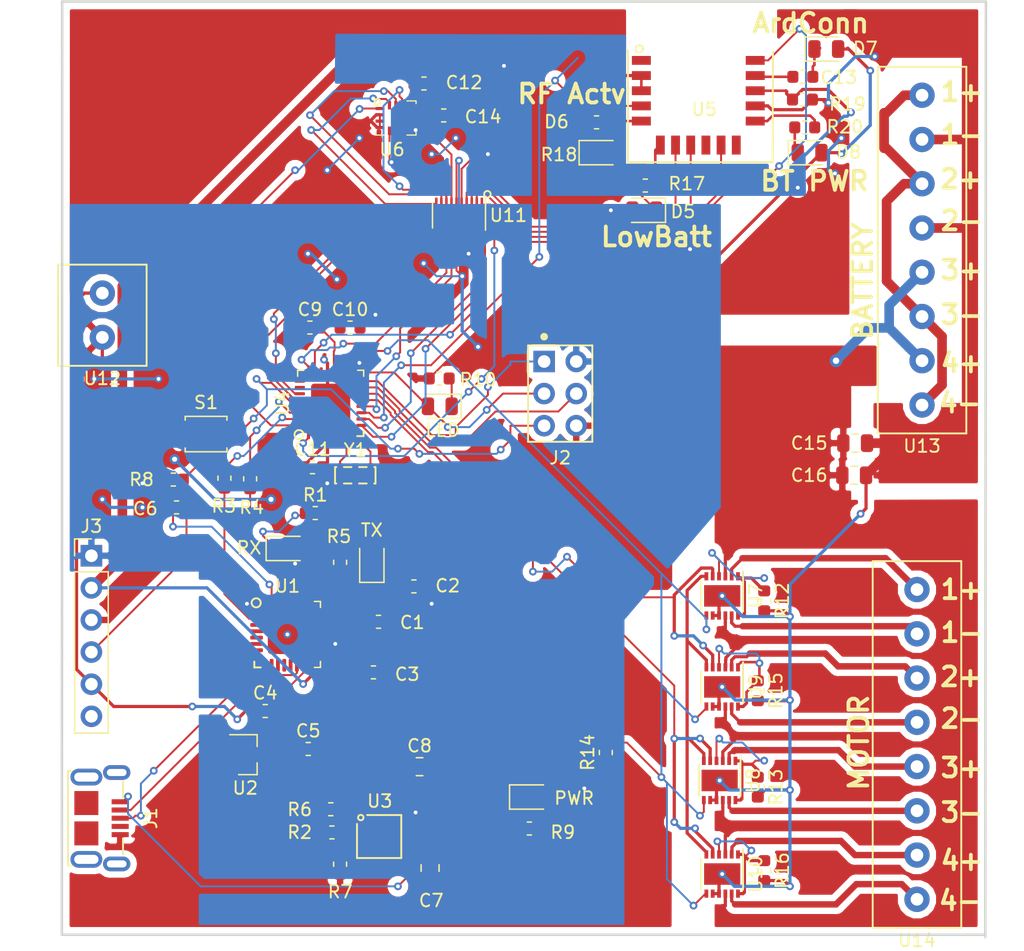
<source format=kicad_pcb>
(kicad_pcb (version 20171130) (host pcbnew "(5.0.2)-1")
  (layers (0 F.Cu signal) (31 B.Cu signal) (34 B.Paste user) (35 F.Paste user) (36 B.SilkS user) (37 F.SilkS user) (38 B.Mask user) (39 F.Mask user hide) (44 Edge.Cuts user))
  (net 0 "")
  (net 1 GND)
  (net 2 +5V)
  (net 3 +3V3)
  (net 4 /VIN)
  (net 5 "Net-(C5-Pad1)")
  (net 6 "Net-(C6-Pad1)")
  (net 7 /RESET)
  (net 8 "Net-(C7-Pad1)")
  (net 9 /AREF)
  (net 10 +BATT)
  (net 11 "Net-(D1-Pad1)")
  (net 12 "Net-(D2-Pad1)")
  (net 13 "Net-(D3-Pad1)")
  (net 14 /D13)
  (net 15 "Net-(D4-Pad1)")
  (net 16 "Net-(D5-Pad1)")
  (net 17 "Net-(D6-Pad2)")
  (net 18 "Net-(D7-Pad1)")
  (net 19 "Net-(D8-Pad1)")
  (net 20 "Net-(J1-Pad2)")
  (net 21 "Net-(J1-Pad3)")
  (net 22 "Net-(J1-Pad4)")
  (net 23 "Net-(J1-Pad11)")
  (net 24 "Net-(J1-Pad6)")
  (net 25 "Net-(J1-Pad10)")
  (net 26 "Net-(J1-Pad7)")
  (net 27 "Net-(J1-Pad9)")
  (net 28 "Net-(J1-Pad8)")
  (net 29 /D12)
  (net 30 /D11)
  (net 31 "Net-(J3-Pad6)")
  (net 32 "Net-(R1-Pad2)")
  (net 33 "Net-(R2-Pad2)")
  (net 34 /D1)
  (net 35 "Net-(R3-Pad1)")
  (net 36 /D0)
  (net 37 "Net-(R4-Pad1)")
  (net 38 "Net-(R5-Pad2)")
  (net 39 "Net-(R7-Pad1)")
  (net 40 "Net-(R12-Pad1)")
  (net 41 "Net-(R13-Pad1)")
  (net 42 /A6)
  (net 43 "Net-(R15-Pad1)")
  (net 44 "Net-(R16-Pad1)")
  (net 45 /LowBatt)
  (net 46 /RF_Active)
  (net 47 /ArduinoTransmit)
  (net 48 /PowerOn)
  (net 49 "Net-(U1-Pad3)")
  (net 50 "Net-(U1-Pad5)")
  (net 51 "Net-(U1-Pad6)")
  (net 52 "Net-(U1-Pad7)")
  (net 53 "Net-(U1-Pad8)")
  (net 54 "Net-(U1-Pad9)")
  (net 55 "Net-(U1-Pad10)")
  (net 56 "Net-(U1-Pad11)")
  (net 57 "Net-(U1-Pad12)")
  (net 58 "Net-(U1-Pad13)")
  (net 59 "Net-(U1-Pad18)")
  (net 60 "Net-(U1-Pad23)")
  (net 61 "Net-(U1-Pad25)")
  (net 62 "Net-(U1-Pad27)")
  (net 63 "Net-(U1-Pad28)")
  (net 64 "Net-(U1-Pad29)")
  (net 65 "Net-(U1-Pad32)")
  (net 66 "Net-(U3-Pad1)")
  (net 67 /logic2_5)
  (net 68 "Net-(U4-Pad2)")
  (net 69 "Net-(U4-Pad7)")
  (net 70 "Net-(U4-Pad8)")
  (net 71 /logic3_5)
  (net 72 /logic4_5)
  (net 73 /D7)
  (net 74 /logic5_5)
  (net 75 /D9)
  (net 76 /D10)
  (net 77 "Net-(U4-Pad22)")
  (net 78 /logic1_5)
  (net 79 /logic6_5)
  (net 80 "Net-(U4-Pad25)")
  (net 81 "Net-(U4-Pad26)")
  (net 82 /logic8_5)
  (net 83 /logic7_5)
  (net 84 /D2)
  (net 85 "Net-(U5-Pad1)")
  (net 86 /logic1_3)
  (net 87 /logic4_3)
  (net 88 /logic3_3)
  (net 89 "Net-(U5-Pad11)")
  (net 90 "Net-(U5-Pad9)")
  (net 91 /logic2_3)
  (net 92 /logic7_3)
  (net 93 /logic8_3)
  (net 94 /logic6_3)
  (net 95 /logic5_3)
  (net 96 "Net-(U6-Pad10)")
  (net 97 "Net-(U6-Pad11)")
  (net 98 /A5)
  (net 99 /motor1b)
  (net 100 /motor1a)
  (net 101 /motor3b)
  (net 102 /motor3a)
  (net 103 /motor2a)
  (net 104 /motor2b)
  (net 105 /motor4a)
  (net 106 /motor4b)
  (net 107 "Net-(U13-Pad1)")
  (module Capacitor_SMD:C_0603_1608Metric (layer F.Cu) (at 148.832 110.648)
    (fp_text reference C1 (at 2.668 0.052) (layer F.SilkS))
    (fp_text value 0.1µF)
    (pad 1 smd roundrect (at -0.7875 0) (size 0.875 0.95) (layers F.Cu F.Paste F.Mask) (net 1 GND))
    (pad 2 smd roundrect (at 0.7875 0) (size 0.875 0.95) (layers F.Cu F.Paste F.Mask) (net 2 +5V))
  )
  (module Capacitor_SMD:C_0603_1608Metric (layer F.Cu) (at 151.632 107.848)
    (fp_text reference C2 (at 2.668 -0.048) (layer F.SilkS))
    (fp_text value 0.1µF)
    (pad 1 smd roundrect (at -0.7875 0) (size 0.875 0.95) (layers F.Cu F.Paste F.Mask) (net 1 GND))
    (pad 2 smd roundrect (at 0.7875 0) (size 0.875 0.95) (layers F.Cu F.Paste F.Mask) (net 2 +5V))
  )
  (module Capacitor_SMD:C_0603_1608Metric (layer F.Cu) (at 148.432 114.648)
    (fp_text reference C3 (at 2.668 0.152) (layer F.SilkS))
    (fp_text value 0.1µF)
    (pad 2 smd roundrect (at 0.7875 0) (size 0.875 0.95) (layers F.Cu F.Paste F.Mask) (net 1 GND))
    (pad 1 smd roundrect (at -0.7875 0) (size 0.875 0.95) (layers F.Cu F.Paste F.Mask) (net 3 +3V3))
  )
  (module Capacitor_SMD:C_0603_1608Metric (layer F.Cu) (at 139.876 117.708)
    (fp_text reference C4 (at 0 -1.43) (layer F.SilkS))
    (fp_text value 1µF)
    (pad 1 smd roundrect (at -0.7875 0) (size 0.875 0.95) (layers F.Cu F.Paste F.Mask) (net 4 /VIN))
    (pad 2 smd roundrect (at 0.7875 0) (size 0.875 0.95) (layers F.Cu F.Paste F.Mask) (net 1 GND))
  )
  (module Capacitor_SMD:C_0603_1608Metric (layer F.Cu) (at 143.276 120.708)
    (fp_text reference C5 (at 0 -1.43) (layer F.SilkS))
    (fp_text value 1µF)
    (pad 1 smd roundrect (at -0.7875 0) (size 0.875 0.95) (layers F.Cu F.Paste F.Mask) (net 5 "Net-(C5-Pad1)"))
    (pad 2 smd roundrect (at 0.7875 0) (size 0.875 0.95) (layers F.Cu F.Paste F.Mask) (net 1 GND))
  )
  (module Capacitor_SMD:C_0603_1608Metric (layer F.Cu) (at 132.8675 101.6)
    (fp_text reference C6 (at -2.4675 0.1) (layer F.SilkS))
    (fp_text value 0.1µF)
    (pad 1 smd roundrect (at -0.7875 0) (size 0.875 0.95) (layers F.Cu F.Paste F.Mask) (net 6 "Net-(C6-Pad1)"))
    (pad 2 smd roundrect (at 0.7875 0) (size 0.875 0.95) (layers F.Cu F.Paste F.Mask) (net 7 /RESET))
  )
  (module Capacitor_SMD:C_0805_2012Metric (layer F.Cu) (at 152.908 130.1265 270)
    (fp_text reference C7 (at 2.5735 -0.092) (layer F.SilkS))
    (fp_text value 10µF)
    (pad 2 smd roundrect (at 0.9375 0 270) (size 0.975 1.4) (layers F.Cu F.Paste F.Mask) (net 1 GND))
    (pad 1 smd roundrect (at -0.9375 0 270) (size 0.975 1.4) (layers F.Cu F.Paste F.Mask) (net 8 "Net-(C7-Pad1)"))
  )
  (module Capacitor_SMD:C_0805_2012Metric (layer F.Cu) (at 152.076 122.108)
    (fp_text reference C8 (at 0 -1.65) (layer F.SilkS))
    (fp_text value 10µF)
    (pad 2 smd roundrect (at 0.9375 0) (size 0.975 1.4) (layers F.Cu F.Paste F.Mask) (net 1 GND))
    (pad 1 smd roundrect (at -0.9375 0) (size 0.975 1.4) (layers F.Cu F.Paste F.Mask) (net 2 +5V))
  )
  (module Capacitor_SMD:C_0603_1608Metric (layer F.Cu) (at 143.4125 87.376)
    (fp_text reference C9 (at 0 -1.43) (layer F.SilkS))
    (fp_text value 0.1µF)
    (pad 2 smd roundrect (at 0.7875 0) (size 0.875 0.95) (layers F.Cu F.Paste F.Mask) (net 9 /AREF))
    (pad 1 smd roundrect (at -0.7875 0) (size 0.875 0.95) (layers F.Cu F.Paste F.Mask) (net 1 GND))
  )
  (module Capacitor_SMD:C_0603_1608Metric (layer F.Cu) (at 146.5835 87.376)
    (fp_text reference C10 (at 0 -1.43) (layer F.SilkS))
    (fp_text value 0.1µF)
    (pad 2 smd roundrect (at 0.7875 0) (size 0.875 0.95) (layers F.Cu F.Paste F.Mask) (net 2 +5V))
    (pad 1 smd roundrect (at -0.7875 0) (size 0.875 0.95) (layers F.Cu F.Paste F.Mask) (net 1 GND))
  )
  (module Capacitor_SMD:C_0603_1608Metric (layer F.Cu) (at 143.6125 98.425)
    (fp_text reference C11 (at 0 -1.43) (layer F.SilkS))
    (fp_text value 0.1µF)
    (pad 1 smd roundrect (at -0.7875 0) (size 0.875 0.95) (layers F.Cu F.Paste F.Mask) (net 1 GND))
    (pad 2 smd roundrect (at 0.7875 0) (size 0.875 0.95) (layers F.Cu F.Paste F.Mask) (net 2 +5V))
  )
  (module Capacitor_SMD:C_0603_1608Metric (layer F.Cu) (at 152.4255 68.072 180)
    (fp_text reference C12 (at -3.1745 0.072 180) (layer F.SilkS))
    (fp_text value 1µF)
    (pad 2 smd roundrect (at 0.7875 0 180) (size 0.875 0.95) (layers F.Cu F.Paste F.Mask) (net 1 GND))
    (pad 1 smd roundrect (at -0.7875 0 180) (size 0.875 0.95) (layers F.Cu F.Paste F.Mask) (net 3 +3V3))
  )
  (module Capacitor_SMD:C_0603_1608Metric (layer F.Cu) (at 182.3465 69.342)
    (fp_text reference C13 (at 2.8755 -1.744) (layer F.SilkS))
    (fp_text value 1µF)
    (pad 2 smd roundrect (at 0.7875 0) (size 0.875 0.95) (layers F.Cu F.Paste F.Mask) (net 1 GND))
    (pad 1 smd roundrect (at -0.7875 0) (size 0.875 0.95) (layers F.Cu F.Paste F.Mask) (net 3 +3V3))
  )
  (module Capacitor_SMD:C_0603_1608Metric (layer F.Cu) (at 153.9875 70.6)
    (fp_text reference C14 (at 3.1125 0.1) (layer F.SilkS))
    (fp_text value 1µF)
    (pad 2 smd roundrect (at 0.7875 0) (size 0.875 0.95) (layers F.Cu F.Paste F.Mask) (net 1 GND))
    (pad 1 smd roundrect (at -0.7875 0) (size 0.875 0.95) (layers F.Cu F.Paste F.Mask) (net 3 +3V3))
  )
  (module Capacitor_SMD:C_0805_2012Metric (layer F.Cu) (at 186.5145 96.52)
    (fp_text reference C15 (at -3.6345 0) (layer F.SilkS))
    (fp_text value 10µF)
    (pad 1 smd roundrect (at -0.9375 0) (size 0.975 1.4) (layers F.Cu F.Paste F.Mask) (net 10 +BATT))
    (pad 2 smd roundrect (at 0.9375 0) (size 0.975 1.4) (layers F.Cu F.Paste F.Mask) (net 1 GND))
  )
  (module Capacitor_SMD:C_0805_2012Metric (layer F.Cu) (at 186.436 99.06)
    (fp_text reference C16 (at -3.556 0) (layer F.SilkS))
    (fp_text value 10µF)
    (pad 1 smd roundrect (at -0.9375 0) (size 0.975 1.4) (layers F.Cu F.Paste F.Mask) (net 10 +BATT))
    (pad 2 smd roundrect (at 0.9375 0) (size 0.975 1.4) (layers F.Cu F.Paste F.Mask) (net 1 GND))
  )
  (module LED_SMD:LED_0805_2012Metric (layer F.Cu) (at 141.632 104.848)
    (fp_text reference D1)
    (fp_text value RX (at -3.032 -0.048) (layer F.SilkS))
    (pad 1 smd roundrect (at -0.9375 0) (size 0.975 1.4) (layers F.Cu F.Paste F.Mask) (net 11 "Net-(D1-Pad1)"))
    (pad 2 smd roundrect (at 0.9375 0) (size 0.975 1.4) (layers F.Cu F.Paste F.Mask) (net 2 +5V))
  )
  (module LED_SMD:LED_0805_2012Metric (layer F.Cu) (at 148.304 105.844 90)
    (fp_text reference D2)
    (fp_text value TX (at 2.444 -0.004 180) (layer F.SilkS))
    (pad 1 smd roundrect (at -0.9375 0 90) (size 0.975 1.4) (layers F.Cu F.Paste F.Mask) (net 12 "Net-(D2-Pad1)"))
    (pad 2 smd roundrect (at 0.9375 0 90) (size 0.975 1.4) (layers F.Cu F.Paste F.Mask) (net 2 +5V))
  )
  (module LED_SMD:LED_0805_2012Metric (layer F.Cu) (at 160.876 124.508)
    (fp_text reference D3)
    (fp_text value PWR (at 3.424 0.092) (layer F.SilkS))
    (pad 2 smd roundrect (at 0.9375 0) (size 0.975 1.4) (layers F.Cu F.Paste F.Mask) (net 2 +5V))
    (pad 1 smd roundrect (at -0.9375 0) (size 0.975 1.4) (layers F.Cu F.Paste F.Mask) (net 13 "Net-(D3-Pad1)"))
  )
  (module LED_SMD:LED_0805_2012Metric (layer F.Cu) (at 153.6785 93.604 180)
    (fp_text reference D4)
    (fp_text value LED (at -0.2215 -1.896 180) (layer F.SilkS))
    (pad 2 smd roundrect (at 0.9375 0 180) (size 0.975 1.4) (layers F.Cu F.Paste F.Mask) (net 14 /D13))
    (pad 1 smd roundrect (at -0.9375 0 180) (size 0.975 1.4) (layers F.Cu F.Paste F.Mask) (net 15 "Net-(D4-Pad1)"))
  )
  (module LED_SMD:LED_0805_2012Metric (layer F.Cu) (at 169.8375 78.1 180)
    (fp_text reference D5 (at -3.0625 -0.1 180) (layer F.SilkS))
    (fp_text value LED)
    (pad 2 smd roundrect (at 0.9375 0 180) (size 0.975 1.4) (layers F.Cu F.Paste F.Mask) (net 2 +5V))
    (pad 1 smd roundrect (at -0.9375 0 180) (size 0.975 1.4) (layers F.Cu F.Paste F.Mask) (net 16 "Net-(D5-Pad1)"))
  )
  (module LED_SMD:LED_0805_2012Metric (layer F.Cu) (at 166.3745 73.544)
    (fp_text reference D6 (at -3.4745 -2.444) (layer F.SilkS))
    (fp_text value LED)
    (pad 1 smd roundrect (at -0.9375 0) (size 0.975 1.4) (layers F.Cu F.Paste F.Mask) (net 1 GND))
    (pad 2 smd roundrect (at 0.9375 0) (size 0.975 1.4) (layers F.Cu F.Paste F.Mask) (net 17 "Net-(D6-Pad2)"))
  )
  (module LED_SMD:LED_0805_2012Metric (layer F.Cu) (at 184.2285 65.344)
    (fp_text reference D7 (at 3.088 -0.044) (layer F.SilkS))
    (fp_text value LED)
    (pad 1 smd roundrect (at -0.9375 0) (size 0.975 1.4) (layers F.Cu F.Paste F.Mask) (net 18 "Net-(D7-Pad1)"))
    (pad 2 smd roundrect (at 0.9375 0) (size 0.975 1.4) (layers F.Cu F.Paste F.Mask) (net 2 +5V))
  )
  (module LED_SMD:LED_0805_2012Metric (layer F.Cu) (at 182.912 73.544)
    (fp_text reference D8 (at 3.088 -0.044) (layer F.SilkS))
    (fp_text value LED)
    (pad 2 smd roundrect (at 0.9375 0) (size 0.975 1.4) (layers F.Cu F.Paste F.Mask) (net 2 +5V))
    (pad 1 smd roundrect (at -0.9375 0) (size 0.975 1.4) (layers F.Cu F.Paste F.Mask) (net 19 "Net-(D8-Pad1)"))
  )
  (module final:USB_microB_2040002-1 (layer F.Cu) (at 125.736 126.184 270)
    (fp_text reference J1 (at 0 -5.08 270) (layer F.SilkS))
    (fp_text value USB_microB_2040002-1)
    (pad 1 smd rect (at -1.3 -2.675 270) (size 0.4 1.35) (layers F.Cu F.Paste F.Mask) (net 8 "Net-(C7-Pad1)"))
    (pad 2 smd rect (at -0.65 -2.675 270) (size 0.4 1.35) (layers F.Cu F.Paste F.Mask) (net 20 "Net-(J1-Pad2)"))
    (pad 3 smd rect (at 0 -2.675 270) (size 0.4 1.35) (layers F.Cu F.Paste F.Mask) (net 21 "Net-(J1-Pad3)"))
    (pad 4 smd rect (at 0.65 -2.675 270) (size 0.4 1.35) (layers F.Cu F.Paste F.Mask) (net 22 "Net-(J1-Pad4)"))
    (pad 5 smd rect (at 1.3 -2.675 270) (size 0.4 1.35) (layers F.Cu F.Paste F.Mask) (net 1 GND))
    (pad 11 thru_hole oval (at -3.615 -2.4 270) (size 1.16 2.16) (drill oval 0.56 1.56) (layers *.Cu *.Mask) (net 23 "Net-(J1-Pad11)"))
    (pad 6 thru_hole oval (at 3.615 -2.4 270) (size 1.16 2.16) (drill oval 0.56 1.56) (layers *.Cu *.Mask) (net 24 "Net-(J1-Pad6)"))
    (pad 10 thru_hole oval (at -3.255 0 270) (size 1.32 2.52) (drill oval 0.72 1.92) (layers *.Cu *.Mask) (net 25 "Net-(J1-Pad10)"))
    (pad 7 thru_hole oval (at 3.255 0 270) (size 1.32 2.52) (drill oval 0.72 1.92) (layers *.Cu *.Mask) (net 26 "Net-(J1-Pad7)"))
    (pad 9 smd rect (at -1.2 0 270) (size 1.9 1.9) (layers F.Cu F.Paste F.Mask) (net 27 "Net-(J1-Pad9)"))
    (pad 8 smd rect (at 1.2 0 270) (size 1.9 1.9) (layers F.Cu F.Paste F.Mask) (net 28 "Net-(J1-Pad8)"))
  )
  (module final:Arduino_ICSP (layer F.Cu) (at 163.195 92.6)
    (fp_text reference J2 (at 0 5.08) (layer F.SilkS))
    (fp_text value Arduino_ICSP)
    (pad 1 thru_hole rect (at -1.27 -2.54) (size 1.7 1.7) (drill 1) (layers *.Cu *.Mask) (net 29 /D12))
    (pad 2 thru_hole oval (at 1.27 -2.54) (size 1.7 1.7) (drill 1) (layers *.Cu *.Mask) (net 2 +5V))
    (pad 3 thru_hole oval (at -1.27 0) (size 1.7 1.7) (drill 1) (layers *.Cu *.Mask) (net 14 /D13))
    (pad 4 thru_hole oval (at 1.27 0) (size 1.7 1.7) (drill 1) (layers *.Cu *.Mask) (net 30 /D11))
    (pad 5 thru_hole oval (at -1.27 2.54) (size 1.7 1.7) (drill 1) (layers *.Cu *.Mask) (net 7 /RESET))
    (pad 6 thru_hole oval (at 1.27 2.54) (size 1.7 1.7) (drill 1) (layers *.Cu *.Mask) (net 1 GND))
  )
  (module Connector_PinHeader_2.54mm:PinHeader_1x06_P2.54mm_Vertical (layer F.Cu) (at 126.136 105.424)
    (fp_text reference J3 (at 0 -2.33) (layer F.SilkS))
    (fp_text value Conn_01x06_Male)
    (pad 1 thru_hole rect (at 0 0) (size 1.7 1.7) (drill 1) (layers *.Cu *.Mask) (net 2 +5V))
    (pad 2 thru_hole oval (at 0 2.54) (size 1.7 1.7) (drill 1) (layers *.Cu *.Mask) (net 3 +3V3))
    (pad 3 thru_hole oval (at 0 5.08) (size 1.7 1.7) (drill 1) (layers *.Cu *.Mask) (net 1 GND))
    (pad 4 thru_hole oval (at 0 7.62) (size 1.7 1.7) (drill 1) (layers *.Cu *.Mask) (net 7 /RESET))
    (pad 5 thru_hole oval (at 0 10.16) (size 1.7 1.7) (drill 1) (layers *.Cu *.Mask) (net 4 /VIN))
    (pad 6 thru_hole oval (at 0 12.7) (size 1.7 1.7) (drill 1) (layers *.Cu *.Mask) (net 31 "Net-(J3-Pad6)"))
  )
  (module Resistor_SMD:R_0603_1608Metric (layer F.Cu) (at 143.832 102.048)
    (fp_text reference R1 (at 0 -1.43) (layer F.SilkS))
    (fp_text value 1K)
    (pad 2 smd roundrect (at 0.7875 0) (size 0.875 0.95) (layers F.Cu F.Paste F.Mask) (net 32 "Net-(R1-Pad2)"))
    (pad 1 smd roundrect (at -0.7875 0) (size 0.875 0.95) (layers F.Cu F.Paste F.Mask) (net 11 "Net-(D1-Pad1)"))
  )
  (module Resistor_SMD:R_0603_1608Metric (layer F.Cu) (at 145.148 127.308)
    (fp_text reference R2 (at -2.548 -0.008) (layer F.SilkS))
    (fp_text value 10K)
    (pad 2 smd roundrect (at 0.7875 0) (size 0.875 0.95) (layers F.Cu F.Paste F.Mask) (net 33 "Net-(R2-Pad2)"))
    (pad 1 smd roundrect (at -0.7875 0) (size 0.875 0.95) (layers F.Cu F.Paste F.Mask) (net 1 GND))
  )
  (module Resistor_SMD:R_0603_1608Metric (layer F.Cu) (at 136.652 99.2885 90)
    (fp_text reference R3 (at -2.2115 -0.052 180) (layer F.SilkS))
    (fp_text value 1K)
    (pad 2 smd roundrect (at 0.7875 0 90) (size 0.875 0.95) (layers F.Cu F.Paste F.Mask) (net 34 /D1))
    (pad 1 smd roundrect (at -0.7875 0 90) (size 0.875 0.95) (layers F.Cu F.Paste F.Mask) (net 35 "Net-(R3-Pad1)"))
  )
  (module Resistor_SMD:R_0603_1608Metric (layer F.Cu) (at 138.684 99.3395 90)
    (fp_text reference R4 (at -2.2605 0.116 180) (layer F.SilkS))
    (fp_text value 1K)
    (pad 2 smd roundrect (at 0.7875 0 90) (size 0.875 0.95) (layers F.Cu F.Paste F.Mask) (net 36 /D0))
    (pad 1 smd roundrect (at -0.7875 0 90) (size 0.875 0.95) (layers F.Cu F.Paste F.Mask) (net 37 "Net-(R4-Pad1)"))
  )
  (module Resistor_SMD:R_0603_1608Metric (layer F.Cu) (at 145.796 105.9435 270)
    (fp_text reference R5 (at -2.0435 0.096) (layer F.SilkS))
    (fp_text value 1K)
    (pad 1 smd roundrect (at -0.7875 0 270) (size 0.875 0.95) (layers F.Cu F.Paste F.Mask) (net 12 "Net-(D2-Pad1)"))
    (pad 2 smd roundrect (at 0.7875 0 270) (size 0.875 0.95) (layers F.Cu F.Paste F.Mask) (net 38 "Net-(R5-Pad2)"))
  )
  (module Resistor_SMD:R_0603_1608Metric (layer F.Cu) (at 145.0595 125.476 180)
    (fp_text reference R6 (at 2.4595 -0.024 180) (layer F.SilkS))
    (fp_text value 20K)
    (pad 1 smd roundrect (at -0.7875 0 180) (size 0.875 0.95) (layers F.Cu F.Paste F.Mask) (net 33 "Net-(R2-Pad2)"))
    (pad 2 smd roundrect (at 0.7875 0 180) (size 0.875 0.95) (layers F.Cu F.Paste F.Mask) (net 5 "Net-(C5-Pad1)"))
  )
  (module Resistor_SMD:R_0603_1608Metric (layer F.Cu) (at 145.796 129.8195 270)
    (fp_text reference R7 (at 2.1805 -0.004) (layer F.SilkS))
    (fp_text value 1K)
    (pad 1 smd roundrect (at -0.7875 0 270) (size 0.875 0.95) (layers F.Cu F.Paste F.Mask) (net 39 "Net-(R7-Pad1)"))
    (pad 2 smd roundrect (at 0.7875 0 270) (size 0.875 0.95) (layers F.Cu F.Paste F.Mask) (net 1 GND))
  )
  (module Resistor_SMD:R_0603_1608Metric (layer F.Cu) (at 132.6125 99.4)
    (fp_text reference R8 (at -2.5125 0) (layer F.SilkS))
    (fp_text value 1K)
    (pad 1 smd roundrect (at -0.7875 0) (size 0.875 0.95) (layers F.Cu F.Paste F.Mask) (net 2 +5V))
    (pad 2 smd roundrect (at 0.7875 0) (size 0.875 0.95) (layers F.Cu F.Paste F.Mask) (net 7 /RESET))
  )
  (module Resistor_SMD:R_0603_1608Metric (layer F.Cu) (at 160.7565 127)
    (fp_text reference R9 (at 2.6435 0.3) (layer F.SilkS))
    (fp_text value 1K)
    (pad 2 smd roundrect (at 0.7875 0) (size 0.875 0.95) (layers F.Cu F.Paste F.Mask) (net 1 GND))
    (pad 1 smd roundrect (at -0.7875 0) (size 0.875 0.95) (layers F.Cu F.Paste F.Mask) (net 13 "Net-(D3-Pad1)"))
  )
  (module Resistor_SMD:R_0603_1608Metric (layer F.Cu) (at 153.6285 91.404 180)
    (fp_text reference R10 (at -3.0715 -0.096 180) (layer F.SilkS))
    (fp_text value 1K)
    (pad 1 smd roundrect (at -0.7875 0 180) (size 0.875 0.95) (layers F.Cu F.Paste F.Mask) (net 15 "Net-(D4-Pad1)"))
    (pad 2 smd roundrect (at 0.7875 0 180) (size 0.875 0.95) (layers F.Cu F.Paste F.Mask) (net 1 GND))
  )
  (module Resistor_SMD:R_0603_1608Metric (layer F.Cu) (at 179.324 108.9915 270)
    (fp_text reference R12 (at 0 -1.43 270) (layer F.SilkS))
    (fp_text value 1K)
    (pad 1 smd roundrect (at -0.7875 0 270) (size 0.875 0.95) (layers F.Cu F.Paste F.Mask) (net 40 "Net-(R12-Pad1)"))
    (pad 2 smd roundrect (at 0.7875 0 270) (size 0.875 0.95) (layers F.Cu F.Paste F.Mask) (net 1 GND))
  )
  (module Resistor_SMD:R_0603_1608Metric (layer F.Cu) (at 178.816 123.7235 270)
    (fp_text reference R13 (at 0 -1.43 270) (layer F.SilkS))
    (fp_text value 1K)
    (pad 2 smd roundrect (at 0.7875 0 270) (size 0.875 0.95) (layers F.Cu F.Paste F.Mask) (net 1 GND))
    (pad 1 smd roundrect (at -0.7875 0 270) (size 0.875 0.95) (layers F.Cu F.Paste F.Mask) (net 41 "Net-(R13-Pad1)"))
  )
  (module Resistor_SMD:R_0603_1608Metric (layer F.Cu) (at 166.8 120.9875 90)
    (fp_text reference R14 (at 0 -1.43 90) (layer F.SilkS))
    (fp_text value 1K)
    (pad 1 smd roundrect (at -0.7875 0 90) (size 0.875 0.95) (layers F.Cu F.Paste F.Mask) (net 2 +5V))
    (pad 2 smd roundrect (at 0.7875 0 90) (size 0.875 0.95) (layers F.Cu F.Paste F.Mask) (net 42 /A6))
  )
  (module Resistor_SMD:R_0603_1608Metric (layer F.Cu) (at 178.816 116.1035 270)
    (fp_text reference R15 (at 0 -1.43 270) (layer F.SilkS))
    (fp_text value 1K)
    (pad 2 smd roundrect (at 0.7875 0 270) (size 0.875 0.95) (layers F.Cu F.Paste F.Mask) (net 1 GND))
    (pad 1 smd roundrect (at -0.7875 0 270) (size 0.875 0.95) (layers F.Cu F.Paste F.Mask) (net 43 "Net-(R15-Pad1)"))
  )
  (module Resistor_SMD:R_0603_1608Metric (layer F.Cu) (at 179.324 130.3275 270)
    (fp_text reference R16 (at 0 -1.43 270) (layer F.SilkS))
    (fp_text value 1K)
    (pad 1 smd roundrect (at -0.7875 0 270) (size 0.875 0.95) (layers F.Cu F.Paste F.Mask) (net 44 "Net-(R16-Pad1)"))
    (pad 2 smd roundrect (at 0.7875 0 270) (size 0.875 0.95) (layers F.Cu F.Paste F.Mask) (net 1 GND))
  )
  (module Resistor_SMD:R_0603_1608Metric (layer F.Cu) (at 169.9245 76.144)
    (fp_text reference R17 (at 3.2755 -0.144) (layer F.SilkS))
    (fp_text value 1k)
    (pad 2 smd roundrect (at 0.7875 0) (size 0.875 0.95) (layers F.Cu F.Paste F.Mask) (net 45 /LowBatt))
    (pad 1 smd roundrect (at -0.7875 0) (size 0.875 0.95) (layers F.Cu F.Paste F.Mask) (net 16 "Net-(D5-Pad1)"))
  )
  (module Resistor_SMD:R_0603_1608Metric (layer F.Cu) (at 166.0685 71.144 180)
    (fp_text reference R18 (at 2.9685 -2.556 180) (layer F.SilkS))
    (fp_text value 330)
    (pad 1 smd roundrect (at -0.7875 0 180) (size 0.875 0.95) (layers F.Cu F.Paste F.Mask) (net 46 /RF_Active))
    (pad 2 smd roundrect (at 0.7875 0 180) (size 0.875 0.95) (layers F.Cu F.Paste F.Mask) (net 17 "Net-(D6-Pad2)"))
  )
  (module Resistor_SMD:R_0603_1608Metric (layer F.Cu) (at 182.3755 67.544 180)
    (fp_text reference R19 (at -3.5245 -2.156 180) (layer F.SilkS))
    (fp_text value 1k)
    (pad 1 smd roundrect (at -0.7875 0 180) (size 0.875 0.95) (layers F.Cu F.Paste F.Mask) (net 18 "Net-(D7-Pad1)"))
    (pad 2 smd roundrect (at 0.7875 0 180) (size 0.875 0.95) (layers F.Cu F.Paste F.Mask) (net 47 /ArduinoTransmit))
  )
  (module Resistor_SMD:R_0603_1608Metric (layer F.Cu) (at 182.5245 71.544)
    (fp_text reference R20 (at 3.1755 -0.044) (layer F.SilkS))
    (fp_text value 1k)
    (pad 1 smd roundrect (at -0.7875 0) (size 0.875 0.95) (layers F.Cu F.Paste F.Mask) (net 19 "Net-(D8-Pad1)"))
    (pad 2 smd roundrect (at 0.7875 0) (size 0.875 0.95) (layers F.Cu F.Paste F.Mask) (net 48 /PowerOn))
  )
  (module Button_Switch_SMD:SW_SPST_B3U-1000P (layer F.Cu) (at 135.2 95.8)
    (fp_text reference S1 (at 0 -2.5) (layer F.SilkS))
    (fp_text value SW)
    (pad 1 smd rect (at -1.7 0) (size 0.9 1.7) (layers F.Cu F.Paste F.Mask) (net 1 GND))
    (pad 2 smd rect (at 1.7 0) (size 0.9 1.7) (layers F.Cu F.Paste F.Mask) (net 7 /RESET))
  )
  (module final:FT232RQ (layer F.Cu) (at 141.632 111.648)
    (fp_text reference U1 (at 0 -3.82) (layer F.SilkS))
    (fp_text value FT232RQ)
    (pad 33 smd roundrect (at 0 0) (size 3.1 3.1) (layers F.Cu F.Mask) (roundrect_rratio 0.081) (net 1 GND))
    (pad 1 smd roundrect (at -2.4375 -1.75) (size 1 0.3) (layers F.Cu F.Paste F.Mask) (net 2 +5V))
    (pad 2 smd roundrect (at -2.4375 -1.25) (size 1 0.3) (layers F.Cu F.Paste F.Mask) (net 35 "Net-(R3-Pad1)"))
    (pad 3 smd roundrect (at -2.4375 -0.75) (size 1 0.3) (layers F.Cu F.Paste F.Mask) (net 49 "Net-(U1-Pad3)"))
    (pad 4 smd roundrect (at -2.4375 -0.25) (size 1 0.3) (layers F.Cu F.Paste F.Mask) (net 1 GND))
    (pad 5 smd roundrect (at -2.4375 0.25) (size 1 0.3) (layers F.Cu F.Paste F.Mask) (net 50 "Net-(U1-Pad5)"))
    (pad 6 smd roundrect (at -2.4375 0.75) (size 1 0.3) (layers F.Cu F.Paste F.Mask) (net 51 "Net-(U1-Pad6)"))
    (pad 7 smd roundrect (at -2.4375 1.25) (size 1 0.3) (layers F.Cu F.Paste F.Mask) (net 52 "Net-(U1-Pad7)"))
    (pad 8 smd roundrect (at -2.4375 1.75) (size 1 0.3) (layers F.Cu F.Paste F.Mask) (net 53 "Net-(U1-Pad8)"))
    (pad 9 smd roundrect (at -1.75 2.4375) (size 0.3 1) (layers F.Cu F.Paste F.Mask) (net 54 "Net-(U1-Pad9)"))
    (pad 10 smd roundrect (at -1.25 2.4375) (size 0.3 1) (layers F.Cu F.Paste F.Mask) (net 55 "Net-(U1-Pad10)"))
    (pad 11 smd roundrect (at -0.75 2.4375) (size 0.3 1) (layers F.Cu F.Paste F.Mask) (net 56 "Net-(U1-Pad11)"))
    (pad 12 smd roundrect (at -0.25 2.4375) (size 0.3 1) (layers F.Cu F.Paste F.Mask) (net 57 "Net-(U1-Pad12)"))
    (pad 13 smd roundrect (at 0.25 2.4375) (size 0.3 1) (layers F.Cu F.Paste F.Mask) (net 58 "Net-(U1-Pad13)"))
    (pad 14 smd roundrect (at 0.75 2.4375) (size 0.3 1) (layers F.Cu F.Paste F.Mask) (net 21 "Net-(J1-Pad3)"))
    (pad 15 smd roundrect (at 1.25 2.4375) (size 0.3 1) (layers F.Cu F.Paste F.Mask) (net 20 "Net-(J1-Pad2)"))
    (pad 16 smd roundrect (at 1.75 2.4375) (size 0.3 1) (layers F.Cu F.Paste F.Mask) (net 3 +3V3))
    (pad 17 smd roundrect (at 2.4375 1.75) (size 1 0.3) (layers F.Cu F.Paste F.Mask) (net 1 GND))
    (pad 18 smd roundrect (at 2.4375 1.25) (size 1 0.3) (layers F.Cu F.Paste F.Mask) (net 59 "Net-(U1-Pad18)"))
    (pad 19 smd roundrect (at 2.4375 0.75) (size 1 0.3) (layers F.Cu F.Paste F.Mask) (net 2 +5V))
    (pad 20 smd roundrect (at 2.4375 0.25) (size 1 0.3) (layers F.Cu F.Paste F.Mask) (net 1 GND))
    (pad 21 smd roundrect (at 2.4375 -0.25) (size 1 0.3) (layers F.Cu F.Paste F.Mask) (net 38 "Net-(R5-Pad2)"))
    (pad 22 smd roundrect (at 2.4375 -0.75) (size 1 0.3) (layers F.Cu F.Paste F.Mask) (net 32 "Net-(R1-Pad2)"))
    (pad 23 smd roundrect (at 2.4375 -1.25) (size 1 0.3) (layers F.Cu F.Paste F.Mask) (net 60 "Net-(U1-Pad23)"))
    (pad 24 smd roundrect (at 2.4375 -1.75) (size 1 0.3) (layers F.Cu F.Paste F.Mask) (net 1 GND))
    (pad 25 smd roundrect (at 1.75 -2.4375) (size 0.3 1) (layers F.Cu F.Paste F.Mask) (net 61 "Net-(U1-Pad25)"))
    (pad 26 smd roundrect (at 1.25 -2.4375) (size 0.3 1) (layers F.Cu F.Paste F.Mask) (net 1 GND))
    (pad 27 smd roundrect (at 0.75 -2.4375) (size 0.3 1) (layers F.Cu F.Paste F.Mask) (net 62 "Net-(U1-Pad27)"))
    (pad 28 smd roundrect (at 0.25 -2.4375) (size 0.3 1) (layers F.Cu F.Paste F.Mask) (net 63 "Net-(U1-Pad28)"))
    (pad 29 smd roundrect (at -0.25 -2.4375) (size 0.3 1) (layers F.Cu F.Paste F.Mask) (net 64 "Net-(U1-Pad29)"))
    (pad 30 smd roundrect (at -0.75 -2.4375) (size 0.3 1) (layers F.Cu F.Paste F.Mask) (net 37 "Net-(R4-Pad1)"))
    (pad 31 smd roundrect (at -1.25 -2.4375) (size 0.3 1) (layers F.Cu F.Paste F.Mask) (net 6 "Net-(C6-Pad1)"))
    (pad 32 smd roundrect (at -1.75 -2.4375) (size 0.3 1) (layers F.Cu F.Paste F.Mask) (net 65 "Net-(U1-Pad32)"))
    (pad 33 thru_hole circle (at 0 0) (size 0.6096 0.6096) (drill 0.3048) (layers *.Cu *.Mask) (net 1 GND))
  )
  (module Package_TO_SOT_SMD:SOT-23 (layer F.Cu) (at 138.476 121.158)
    (fp_text reference U2 (at -0.176 2.642) (layer F.SilkS))
    (fp_text value MCP1702T-5002E_CB)
    (pad 1 smd rect (at -1 -0.95) (size 0.9 0.8) (layers F.Cu F.Paste F.Mask) (net 1 GND))
    (pad 2 smd rect (at -1 0.95) (size 0.9 0.8) (layers F.Cu F.Paste F.Mask) (net 4 /VIN))
    (pad 3 smd rect (at 1 0) (size 0.9 0.8) (layers F.Cu F.Paste F.Mask) (net 5 "Net-(C5-Pad1)"))
  )
  (module final:TSP2113A-DRBR (layer F.Cu) (at 148.931001 127.633001)
    (fp_text reference U3 (at 0 -2.8) (layer F.SilkS))
    (fp_text value TPS2113ADRBR)
    (pad 1 smd rect (at -1.34 -0.97) (size 0.4 0.3) (layers F.Cu F.Paste F.Mask) (net 66 "Net-(U3-Pad1)"))
    (pad 2 smd rect (at -1.34 -0.33) (size 0.4 0.3) (layers F.Cu F.Paste F.Mask) (net 1 GND))
    (pad 3 smd rect (at -1.34 0.33) (size 0.4 0.3) (layers F.Cu F.Paste F.Mask) (net 33 "Net-(R2-Pad2)"))
    (pad 4 smd rect (at -1.34 0.97) (size 0.4 0.3) (layers F.Cu F.Paste F.Mask) (net 39 "Net-(R7-Pad1)"))
    (pad 5 smd rect (at 1.34 0.97) (size 0.4 0.3) (layers F.Cu F.Paste F.Mask) (net 1 GND))
    (pad 6 smd rect (at 1.34 0.33) (size 0.4 0.3) (layers F.Cu F.Paste F.Mask) (net 8 "Net-(C7-Pad1)"))
    (pad 7 smd rect (at 1.34 -0.33) (size 0.4 0.3) (layers F.Cu F.Paste F.Mask) (net 2 +5V))
    (pad 8 smd rect (at 1.34 -0.97) (size 0.4 0.3) (layers F.Cu F.Paste F.Mask) (net 5 "Net-(C5-Pad1)"))
    (pad 9 smd rect (at 0 0) (size 1.65 2.4) (layers F.Cu F.Paste F.Mask) (net 1 GND))
  )
  (module final:ATmega328 (layer F.Cu) (at 145.05 93.3625 90)
    (fp_text reference U4 (at 0 -3.82 90) (layer F.SilkS))
    (fp_text value ATMEGA328PB-MNR)
    (pad 33 smd roundrect (at 0 0 90) (size 3.1 3.1) (layers F.Cu F.Mask) (roundrect_rratio 0.081) (net 1 GND))
    (pad 1 smd roundrect (at -2.4375 -1.75 90) (size 0.8 0.25) (layers F.Cu F.Paste F.Mask) (net 67 /logic2_5))
    (pad 2 smd roundrect (at -2.4375 -1.25 90) (size 0.8 0.25) (layers F.Cu F.Paste F.Mask) (net 68 "Net-(U4-Pad2)"))
    (pad 3 smd roundrect (at -2.4375 -0.75 90) (size 0.8 0.25) (layers F.Cu F.Paste F.Mask) (net 1 GND))
    (pad 4 smd roundrect (at -2.4375 -0.25 90) (size 0.8 0.25) (layers F.Cu F.Paste F.Mask) (net 2 +5V))
    (pad 5 smd roundrect (at -2.4375 0.25 90) (size 0.8 0.25) (layers F.Cu F.Paste F.Mask) (net 1 GND))
    (pad 6 smd roundrect (at -2.4375 0.75 90) (size 0.8 0.25) (layers F.Cu F.Paste F.Mask) (net 2 +5V))
    (pad 7 smd roundrect (at -2.4375 1.25 90) (size 0.8 0.25) (layers F.Cu F.Paste F.Mask) (net 69 "Net-(U4-Pad7)"))
    (pad 8 smd roundrect (at -2.4375 1.75 90) (size 0.8 0.25) (layers F.Cu F.Paste F.Mask) (net 70 "Net-(U4-Pad8)"))
    (pad 9 smd roundrect (at -1.75 2.4375 90) (size 0.25 0.8) (layers F.Cu F.Paste F.Mask) (net 71 /logic3_5))
    (pad 10 smd roundrect (at -1.25 2.4375 90) (size 0.25 0.8) (layers F.Cu F.Paste F.Mask) (net 72 /logic4_5))
    (pad 11 smd roundrect (at -0.75 2.4375 90) (size 0.25 0.8) (layers F.Cu F.Paste F.Mask) (net 73 /D7))
    (pad 12 smd roundrect (at -0.25 2.4375 90) (size 0.25 0.8) (layers F.Cu F.Paste F.Mask) (net 74 /logic5_5))
    (pad 13 smd roundrect (at 0.25 2.4375 90) (size 0.25 0.8) (layers F.Cu F.Paste F.Mask) (net 75 /D9))
    (pad 14 smd roundrect (at 0.75 2.4375 90) (size 0.25 0.8) (layers F.Cu F.Paste F.Mask) (net 76 /D10))
    (pad 15 smd roundrect (at 1.25 2.4375 90) (size 0.25 0.8) (layers F.Cu F.Paste F.Mask) (net 30 /D11))
    (pad 16 smd roundrect (at 1.75 2.4375 90) (size 0.25 0.8) (layers F.Cu F.Paste F.Mask) (net 29 /D12))
    (pad 17 smd roundrect (at 2.4375 1.75 90) (size 0.8 0.25) (layers F.Cu F.Paste F.Mask) (net 14 /D13))
    (pad 18 smd roundrect (at 2.4375 1.25 90) (size 0.8 0.25) (layers F.Cu F.Paste F.Mask) (net 2 +5V))
    (pad 19 smd roundrect (at 2.4375 0.75 90) (size 0.8 0.25) (layers F.Cu F.Paste F.Mask) (net 42 /A6))
    (pad 20 smd roundrect (at 2.4375 0.25 90) (size 0.8 0.25) (layers F.Cu F.Paste F.Mask) (net 9 /AREF))
    (pad 21 smd roundrect (at 2.4375 -0.25 90) (size 0.8 0.25) (layers F.Cu F.Paste F.Mask) (net 1 GND))
    (pad 22 smd roundrect (at 2.4375 -0.75 90) (size 0.8 0.25) (layers F.Cu F.Paste F.Mask) (net 77 "Net-(U4-Pad22)"))
    (pad 23 smd roundrect (at 2.4375 -1.25 90) (size 0.8 0.25) (layers F.Cu F.Paste F.Mask) (net 78 /logic1_5))
    (pad 24 smd roundrect (at 2.4375 -1.75 90) (size 0.8 0.25) (layers F.Cu F.Paste F.Mask) (net 79 /logic6_5))
    (pad 25 smd roundrect (at 1.75 -2.4375 90) (size 0.25 0.8) (layers F.Cu F.Paste F.Mask) (net 80 "Net-(U4-Pad25)"))
    (pad 26 smd roundrect (at 1.25 -2.4375 90) (size 0.25 0.8) (layers F.Cu F.Paste F.Mask) (net 81 "Net-(U4-Pad26)"))
    (pad 27 smd roundrect (at 0.75 -2.4375 90) (size 0.25 0.8) (layers F.Cu F.Paste F.Mask) (net 82 /logic8_5))
    (pad 28 smd roundrect (at 0.25 -2.4375 90) (size 0.25 0.8) (layers F.Cu F.Paste F.Mask) (net 83 /logic7_5))
    (pad 29 smd roundrect (at -0.25 -2.4375 90) (size 0.25 0.8) (layers F.Cu F.Paste F.Mask) (net 7 /RESET))
    (pad 30 smd roundrect (at -0.75 -2.4375 90) (size 0.25 0.8) (layers F.Cu F.Paste F.Mask) (net 36 /D0))
    (pad 31 smd roundrect (at -1.25 -2.4375 90) (size 0.25 0.8) (layers F.Cu F.Paste F.Mask) (net 34 /D1))
    (pad 32 smd roundrect (at -1.75 -2.4375 90) (size 0.25 0.8) (layers F.Cu F.Paste F.Mask) (net 84 /D2))
  )
  (module final:RN4871 (layer F.Cu) (at 169.612 72.944)
    (fp_text reference U5 (at 4.97 -2.82) (layer F.SilkS))
    (fp_text value RN4871)
    (pad 5 smd rect (at 0 -1.9) (size 1.5 0.7) (layers F.Cu F.Paste F.Mask) (net 46 /RF_Active))
    (pad 4 smd rect (at 0 -3.1) (size 1.5 0.7) (layers F.Cu F.Paste F.Mask) (net 73 /D7))
    (pad 3 smd rect (at 0 -4.3) (size 1.5 0.7) (layers F.Cu F.Paste F.Mask) (net 1 GND))
    (pad 2 smd rect (at 0 -5.5) (size 1.5 0.7) (layers F.Cu F.Paste F.Mask) (net 1 GND))
    (pad 1 smd rect (at 0 -6.7) (size 1.5 0.7) (layers F.Cu F.Paste F.Mask) (net 85 "Net-(U5-Pad1)"))
    (pad 6 smd rect (at 1.5 0) (size 0.7 1.5) (layers F.Cu F.Paste F.Mask) (net 45 /LowBatt))
    (pad 16 smd rect (at 9 -6.7) (size 1.5 0.7) (layers F.Cu F.Paste F.Mask) (net 86 /logic1_3))
    (pad 15 smd rect (at 9 -5.5) (size 1.5 0.7) (layers F.Cu F.Paste F.Mask) (net 47 /ArduinoTransmit))
    (pad 14 smd rect (at 9 -4.3) (size 1.5 0.7) (layers F.Cu F.Paste F.Mask) (net 3 +3V3))
    (pad 13 smd rect (at 9 -3.1) (size 1.5 0.7) (layers F.Cu F.Paste F.Mask) (net 1 GND))
    (pad 12 smd rect (at 9 -1.9) (size 1.5 0.7) (layers F.Cu F.Paste F.Mask) (net 48 /PowerOn))
    (pad 7 smd rect (at 2.7 0) (size 0.7 1.5) (layers F.Cu F.Paste F.Mask) (net 87 /logic4_3))
    (pad 8 smd rect (at 3.9 0) (size 0.7 1.5) (layers F.Cu F.Paste F.Mask) (net 88 /logic3_3))
    (pad 11 smd rect (at 7.5 0) (size 0.7 1.5) (layers F.Cu F.Paste F.Mask) (net 89 "Net-(U5-Pad11)"))
    (pad 9 smd rect (at 5.1 0) (size 0.7 1.5) (layers F.Cu F.Paste F.Mask) (net 90 "Net-(U5-Pad9)"))
    (pad 10 smd rect (at 6.3 0) (size 0.7 1.5) (layers F.Cu F.Paste F.Mask) (net 91 /logic2_3))
  )
  (module final:ISM330DLC (layer F.Cu) (at 150.2 70.8)
    (fp_text reference U6 (at -0.3 2.5) (layer F.SilkS))
    (fp_text value ISM330DLC)
    (pad 13 smd rect (at 0 -1.0125) (size 0.25 0.675) (layers F.Cu F.Paste F.Mask) (net 92 /logic7_3))
    (pad 14 smd rect (at -0.5 -1.0125) (size 0.25 0.675) (layers F.Cu F.Paste F.Mask) (net 93 /logic8_3))
    (pad 12 smd rect (at 0.5 -1.0125) (size 0.25 0.675) (layers F.Cu F.Paste F.Mask) (net 94 /logic6_3))
    (pad 5 smd rect (at -0.5 1.0125) (size 0.25 0.675) (layers F.Cu F.Paste F.Mask) (net 3 +3V3))
    (pad 6 smd rect (at 0 1.0125) (size 0.25 0.675) (layers F.Cu F.Paste F.Mask) (net 1 GND))
    (pad 7 smd rect (at 0.5 1.0125) (size 0.25 0.675) (layers F.Cu F.Paste F.Mask) (net 1 GND))
    (pad 1 smd rect (at -1.2625 -0.75) (size 0.675 0.25) (layers F.Cu F.Paste F.Mask) (net 84 /D2))
    (pad 2 smd rect (at -1.2625 -0.25) (size 0.675 0.25) (layers F.Cu F.Paste F.Mask) (net 1 GND))
    (pad 3 smd rect (at -1.2625 0.25) (size 0.675 0.25) (layers F.Cu F.Paste F.Mask) (net 1 GND))
    (pad 4 smd rect (at -1.2625 0.75) (size 0.675 0.25) (layers F.Cu F.Paste F.Mask) (net 1 GND))
    (pad 8 smd rect (at 1.2625 0.75) (size 0.675 0.25) (layers F.Cu F.Paste F.Mask) (net 3 +3V3))
    (pad 9 smd rect (at 1.2625 0.25) (size 0.675 0.25) (layers F.Cu F.Paste F.Mask) (net 95 /logic5_3))
    (pad 10 smd rect (at 1.2625 -0.25) (size 0.675 0.25) (layers F.Cu F.Paste F.Mask) (net 96 "Net-(U6-Pad10)"))
    (pad 11 smd rect (at 1.2625 -0.75) (size 0.675 0.25) (layers F.Cu F.Paste F.Mask) (net 97 "Net-(U6-Pad11)"))
  )
  (module final:TDFN-12-1EP_3x3 (layer F.Cu) (at 176 108.6 270)
    (fp_text reference U7 (at 0 -2.65 270) (layer F.SilkS))
    (fp_text value MAX14870)
    (pad 7 smd rect (at 1.55 1.25 270) (size 0.65 0.3) (layers F.Cu F.Paste F.Mask) (net 42 /A6))
    (pad 6 smd rect (at -1.55 1.25 270) (size 0.65 0.3) (layers F.Cu F.Paste F.Mask) (net 98 /A5))
    (pad 13 smd rect (at 0 0 270) (size 1.7 2.86) (layers F.Cu F.Mask) (net 1 GND))
    (pad 12 smd rect (at 1.55 -1.25 270) (size 0.65 0.3) (layers F.Cu F.Paste F.Mask) (net 40 "Net-(R12-Pad1)"))
    (pad 11 smd rect (at 1.55 -0.75 270) (size 0.65 0.3) (layers F.Cu F.Paste F.Mask) (net 99 /motor1b))
    (pad 10 smd rect (at 1.55 -0.25 270) (size 0.65 0.3) (layers F.Cu F.Paste F.Mask) (net 10 +BATT))
    (pad 9 smd rect (at 1.55 0.25 270) (size 0.65 0.3) (layers F.Cu F.Paste F.Mask) (net 1 GND))
    (pad 8 smd rect (at 1.55 0.75 270) (size 0.65 0.3) (layers F.Cu F.Paste F.Mask) (net 1 GND))
    (pad 5 smd rect (at -1.55 0.75 270) (size 0.65 0.3) (layers F.Cu F.Paste F.Mask) (net 75 /D9))
    (pad 4 smd rect (at -1.55 0.25 270) (size 0.65 0.3) (layers F.Cu F.Paste F.Mask) (net 40 "Net-(R12-Pad1)"))
    (pad 3 smd rect (at -1.55 -0.25 270) (size 0.65 0.3) (layers F.Cu F.Paste F.Mask) (net 10 +BATT))
    (pad 2 smd rect (at -1.55 -0.75 270) (size 0.65 0.3) (layers F.Cu F.Paste F.Mask) (net 100 /motor1a))
    (pad 1 smd rect (at -1.55 -1.25 270) (size 0.65 0.3) (layers F.Cu F.Paste F.Mask) (net 40 "Net-(R12-Pad1)"))
  )
  (module final:TDFN-12-1EP_3x3 (layer F.Cu) (at 175.8 123.2 270)
    (fp_text reference U8 (at 0 -2.65 270) (layer F.SilkS))
    (fp_text value MAX14870)
    (pad 7 smd rect (at 1.55 1.25 270) (size 0.65 0.3) (layers F.Cu F.Paste F.Mask) (net 42 /A6))
    (pad 6 smd rect (at -1.55 1.25 270) (size 0.65 0.3) (layers F.Cu F.Paste F.Mask) (net 98 /A5))
    (pad 13 smd rect (at 0 0 270) (size 1.7 2.86) (layers F.Cu F.Mask) (net 1 GND))
    (pad 12 smd rect (at 1.55 -1.25 270) (size 0.65 0.3) (layers F.Cu F.Paste F.Mask) (net 41 "Net-(R13-Pad1)"))
    (pad 11 smd rect (at 1.55 -0.75 270) (size 0.65 0.3) (layers F.Cu F.Paste F.Mask) (net 101 /motor3b))
    (pad 10 smd rect (at 1.55 -0.25 270) (size 0.65 0.3) (layers F.Cu F.Paste F.Mask) (net 10 +BATT))
    (pad 9 smd rect (at 1.55 0.25 270) (size 0.65 0.3) (layers F.Cu F.Paste F.Mask) (net 1 GND))
    (pad 8 smd rect (at 1.55 0.75 270) (size 0.65 0.3) (layers F.Cu F.Paste F.Mask) (net 1 GND))
    (pad 5 smd rect (at -1.55 0.75 270) (size 0.65 0.3) (layers F.Cu F.Paste F.Mask) (net 76 /D10))
    (pad 4 smd rect (at -1.55 0.25 270) (size 0.65 0.3) (layers F.Cu F.Paste F.Mask) (net 41 "Net-(R13-Pad1)"))
    (pad 3 smd rect (at -1.55 -0.25 270) (size 0.65 0.3) (layers F.Cu F.Paste F.Mask) (net 10 +BATT))
    (pad 2 smd rect (at -1.55 -0.75 270) (size 0.65 0.3) (layers F.Cu F.Paste F.Mask) (net 102 /motor3a))
    (pad 1 smd rect (at -1.55 -1.25 270) (size 0.65 0.3) (layers F.Cu F.Paste F.Mask) (net 41 "Net-(R13-Pad1)"))
  )
  (module final:TDFN-12-1EP_3x3 (layer F.Cu) (at 176 115.8 270)
    (fp_text reference U9 (at 0 -2.65 270) (layer F.SilkS))
    (fp_text value MAX14870)
    (pad 1 smd rect (at -1.55 -1.25 270) (size 0.65 0.3) (layers F.Cu F.Paste F.Mask) (net 43 "Net-(R15-Pad1)"))
    (pad 2 smd rect (at -1.55 -0.75 270) (size 0.65 0.3) (layers F.Cu F.Paste F.Mask) (net 103 /motor2a))
    (pad 3 smd rect (at -1.55 -0.25 270) (size 0.65 0.3) (layers F.Cu F.Paste F.Mask) (net 10 +BATT))
    (pad 4 smd rect (at -1.55 0.25 270) (size 0.65 0.3) (layers F.Cu F.Paste F.Mask) (net 43 "Net-(R15-Pad1)"))
    (pad 5 smd rect (at -1.55 0.75 270) (size 0.65 0.3) (layers F.Cu F.Paste F.Mask) (net 75 /D9))
    (pad 8 smd rect (at 1.55 0.75 270) (size 0.65 0.3) (layers F.Cu F.Paste F.Mask) (net 1 GND))
    (pad 9 smd rect (at 1.55 0.25 270) (size 0.65 0.3) (layers F.Cu F.Paste F.Mask) (net 1 GND))
    (pad 10 smd rect (at 1.55 -0.25 270) (size 0.65 0.3) (layers F.Cu F.Paste F.Mask) (net 10 +BATT))
    (pad 11 smd rect (at 1.55 -0.75 270) (size 0.65 0.3) (layers F.Cu F.Paste F.Mask) (net 104 /motor2b))
    (pad 12 smd rect (at 1.55 -1.25 270) (size 0.65 0.3) (layers F.Cu F.Paste F.Mask) (net 43 "Net-(R15-Pad1)"))
    (pad 13 smd rect (at 0 0 270) (size 1.7 2.86) (layers F.Cu F.Mask) (net 1 GND))
    (pad 6 smd rect (at -1.55 1.25 270) (size 0.65 0.3) (layers F.Cu F.Paste F.Mask) (net 98 /A5))
    (pad 7 smd rect (at 1.55 1.25 270) (size 0.65 0.3) (layers F.Cu F.Paste F.Mask) (net 42 /A6))
  )
  (module final:TDFN-12-1EP_3x3 (layer F.Cu) (at 176 130.6 270)
    (fp_text reference U10 (at 0 -2.65 270) (layer F.SilkS))
    (fp_text value MAX14870)
    (pad 1 smd rect (at -1.55 -1.25 270) (size 0.65 0.3) (layers F.Cu F.Paste F.Mask) (net 44 "Net-(R16-Pad1)"))
    (pad 2 smd rect (at -1.55 -0.75 270) (size 0.65 0.3) (layers F.Cu F.Paste F.Mask) (net 105 /motor4a))
    (pad 3 smd rect (at -1.55 -0.25 270) (size 0.65 0.3) (layers F.Cu F.Paste F.Mask) (net 10 +BATT))
    (pad 4 smd rect (at -1.55 0.25 270) (size 0.65 0.3) (layers F.Cu F.Paste F.Mask) (net 44 "Net-(R16-Pad1)"))
    (pad 5 smd rect (at -1.55 0.75 270) (size 0.65 0.3) (layers F.Cu F.Paste F.Mask) (net 76 /D10))
    (pad 8 smd rect (at 1.55 0.75 270) (size 0.65 0.3) (layers F.Cu F.Paste F.Mask) (net 1 GND))
    (pad 9 smd rect (at 1.55 0.25 270) (size 0.65 0.3) (layers F.Cu F.Paste F.Mask) (net 1 GND))
    (pad 10 smd rect (at 1.55 -0.25 270) (size 0.65 0.3) (layers F.Cu F.Paste F.Mask) (net 10 +BATT))
    (pad 11 smd rect (at 1.55 -0.75 270) (size 0.65 0.3) (layers F.Cu F.Paste F.Mask) (net 106 /motor4b))
    (pad 12 smd rect (at 1.55 -1.25 270) (size 0.65 0.3) (layers F.Cu F.Paste F.Mask) (net 44 "Net-(R16-Pad1)"))
    (pad 13 smd rect (at 0 0 270) (size 1.7 2.86) (layers F.Cu F.Mask) (net 1 GND))
    (pad 6 smd rect (at -1.55 1.25 270) (size 0.65 0.3) (layers F.Cu F.Paste F.Mask) (net 98 /A5))
    (pad 7 smd rect (at 1.55 1.25 270) (size 0.65 0.3) (layers F.Cu F.Paste F.Mask) (net 42 /A6))
  )
  (module final:USON-20_2x4mm_P0.4mm (layer F.Cu) (at 155.2 78.5 270)
    (fp_text reference U11 (at 0 -3.9) (layer F.SilkS))
    (fp_text value TXB0108_DQS)
    (pad 1 smd rect (at -0.85 -1.8 180) (size 0.2 1.1) (layers F.Cu F.Paste F.Mask) (net 86 /logic1_3))
    (pad 2 smd rect (at -0.9 -1.4 180) (size 0.2 1) (layers F.Cu F.Paste F.Mask) (net 91 /logic2_3))
    (pad 3 smd rect (at -0.9 -1 180) (size 0.2 1) (layers F.Cu F.Paste F.Mask) (net 88 /logic3_3))
    (pad 4 smd rect (at -0.9 -0.6 180) (size 0.2 1) (layers F.Cu F.Paste F.Mask) (net 87 /logic4_3))
    (pad 5 smd rect (at -0.9 -0.2 180) (size 0.2 1) (layers F.Cu F.Paste F.Mask) (net 3 +3V3))
    (pad 6 smd rect (at -0.9 0.2 180) (size 0.2 1) (layers F.Cu F.Paste F.Mask) (net 2 +5V))
    (pad 7 smd rect (at -0.9 0.6 180) (size 0.2 1) (layers F.Cu F.Paste F.Mask) (net 95 /logic5_3))
    (pad 8 smd rect (at -0.9 1 180) (size 0.2 1) (layers F.Cu F.Paste F.Mask) (net 94 /logic6_3))
    (pad 9 smd rect (at -0.9 1.4 180) (size 0.2 1) (layers F.Cu F.Paste F.Mask) (net 92 /logic7_3))
    (pad 10 smd rect (at -0.9 1.8 180) (size 0.2 1) (layers F.Cu F.Paste F.Mask) (net 93 /logic8_3))
    (pad 11 smd rect (at 0.9 1.8 180) (size 0.2 1) (layers F.Cu F.Paste F.Mask) (net 82 /logic8_5))
    (pad 12 smd rect (at 0.9 1.4 180) (size 0.2 1) (layers F.Cu F.Paste F.Mask) (net 83 /logic7_5))
    (pad 13 smd rect (at 0.9 1 180) (size 0.2 1) (layers F.Cu F.Paste F.Mask) (net 79 /logic6_5))
    (pad 14 smd rect (at 0.9 0.6 180) (size 0.2 1) (layers F.Cu F.Paste F.Mask) (net 74 /logic5_5))
    (pad 15 smd rect (at 0.9 0.2 180) (size 0.2 1) (layers F.Cu F.Paste F.Mask) (net 1 GND))
    (pad 16 smd rect (at 0.9 -0.2 180) (size 0.2 1) (layers F.Cu F.Paste F.Mask) (net 2 +5V))
    (pad 17 smd rect (at 0.9 -0.6 180) (size 0.2 1) (layers F.Cu F.Paste F.Mask) (net 72 /logic4_5))
    (pad 18 smd rect (at 0.9 -1 180) (size 0.2 1) (layers F.Cu F.Paste F.Mask) (net 71 /logic3_5))
    (pad 19 smd rect (at 0.9 -1.4 180) (size 0.2 1) (layers F.Cu F.Paste F.Mask) (net 67 /logic2_5))
    (pad 20 smd rect (at 0.9 -1.8 180) (size 0.2 1) (layers F.Cu F.Paste F.Mask) (net 78 /logic1_5))
  )
  (module final:2_pin_screw (layer F.Cu) (at 127 88.9)
    (fp_text reference U12 (at 0 2.5) (layer F.SilkS))
    (fp_text value 2_pin_screw_terminal)
    (pad 1 thru_hole circle (at 0 -4.25) (size 2 2) (drill 1) (layers *.Cu *.Mask) (net 4 /VIN))
    (pad 2 thru_hole circle (at 0 -0.75) (size 2 2) (drill 1) (layers *.Cu *.Mask) (net 1 GND))
  )
  (module final:8_pin_screw (layer F.Cu) (at 191.8 73.25)
    (fp_text reference U13 (at 0 23.5) (layer F.SilkS))
    (fp_text value 8_pin_screw_terminal)
    (pad 8 thru_hole circle (at 0 20.25) (size 2 2) (drill 1) (layers *.Cu *.Mask) (net 107 "Net-(U13-Pad1)"))
    (pad 7 thru_hole circle (at 0 16.75) (size 2 2) (drill 1) (layers *.Cu *.Mask) (net 10 +BATT))
    (pad 6 thru_hole circle (at 0 13.25) (size 2 2) (drill 1) (layers *.Cu *.Mask) (net 107 "Net-(U13-Pad1)"))
    (pad 5 thru_hole circle (at 0 9.75) (size 2 2) (drill 1) (layers *.Cu *.Mask) (net 10 +BATT))
    (pad 4 thru_hole circle (at 0 6.25) (size 2 2) (drill 1) (layers *.Cu *.Mask) (net 1 GND))
    (pad 3 thru_hole circle (at 0 2.75) (size 2 2) (drill 1) (layers *.Cu *.Mask) (net 107 "Net-(U13-Pad1)"))
    (pad 2 thru_hole circle (at 0 -0.75) (size 2 2) (drill 1) (layers *.Cu *.Mask) (net 1 GND))
    (pad 1 thru_hole circle (at 0 -4.25) (size 2 2) (drill 1) (layers *.Cu *.Mask) (net 107 "Net-(U13-Pad1)"))
  )
  (module final:8_pin_screw (layer F.Cu) (at 191.4 112.35)
    (fp_text reference U14 (at 0 23.5) (layer F.SilkS))
    (fp_text value 8_pin_screw_terminal)
    (pad 1 thru_hole circle (at 0 -4.25) (size 2 2) (drill 1) (layers *.Cu *.Mask) (net 100 /motor1a))
    (pad 2 thru_hole circle (at 0 -0.75) (size 2 2) (drill 1) (layers *.Cu *.Mask) (net 99 /motor1b))
    (pad 3 thru_hole circle (at 0 2.75) (size 2 2) (drill 1) (layers *.Cu *.Mask) (net 103 /motor2a))
    (pad 4 thru_hole circle (at 0 6.25) (size 2 2) (drill 1) (layers *.Cu *.Mask) (net 104 /motor2b))
    (pad 5 thru_hole circle (at 0 9.75) (size 2 2) (drill 1) (layers *.Cu *.Mask) (net 102 /motor3a))
    (pad 6 thru_hole circle (at 0 13.25) (size 2 2) (drill 1) (layers *.Cu *.Mask) (net 101 /motor3b))
    (pad 7 thru_hole circle (at 0 16.75) (size 2 2) (drill 1) (layers *.Cu *.Mask) (net 105 /motor4a))
    (pad 8 thru_hole circle (at 0 20.25) (size 2 2) (drill 1) (layers *.Cu *.Mask) (net 106 /motor4b))
  )
  (module final:CSTNE (layer F.Cu) (at 146.996 99.06 180)
    (fp_text reference Y1 (at 0 2 180) (layer F.SilkS))
    (fp_text value Crystal)
    (pad 1 smd rect (at 1.2 0 180) (size 0.4 1.9) (layers F.Cu F.Paste F.Mask) (net 69 "Net-(U4-Pad7)"))
    (pad 2 smd rect (at 0 0 180) (size 0.4 1.9) (layers F.Cu F.Paste F.Mask) (net 1 GND))
    (pad 3 smd rect (at -1.2 0 180) (size 0.4 1.9) (layers F.Cu F.Paste F.Mask) (net 70 "Net-(U4-Pad8)"))
  )
  (gr_text 4- (at 194.8 93.345) (layer F.SilkS) (effects (font (size 1.5 1.5) (thickness 0.3))))
  (gr_text 4+ (at 194.945 90.17) (layer F.SilkS) (effects (font (size 1.5 1.5) (thickness 0.3))))
  (gr_text 2- (at 194.945 78.93) (layer F.SilkS) (effects (font (size 1.5 1.5) (thickness 0.3))))
  (gr_text 2+ (at 194.9 75.63) (layer F.SilkS) (effects (font (size 1.5 1.5) (thickness 0.3))))
  (gr_text 3- (at 194.945 86.36) (layer F.SilkS) (effects (font (size 1.5 1.5) (thickness 0.3))))
  (gr_text 3+ (at 194.945 82.83) (layer F.SilkS) (effects (font (size 1.5 1.5) (thickness 0.3))))
  (gr_text 1- (at 194.945 72.13) (layer F.SilkS) (effects (font (size 1.5 1.5) (thickness 0.3))))
  (gr_text 1+ (at 194.945 68.73) (layer F.SilkS) (effects (font (size 1.5 1.5) (thickness 0.3))))
  (gr_text 4- (at 194.8 132.715) (layer F.SilkS) (effects (font (size 1.5 1.5) (thickness 0.3))))
  (gr_text 4+ (at 194.945 129.54) (layer F.SilkS) (effects (font (size 1.5 1.5) (thickness 0.3))))
  (gr_text 3- (at 194.945 125.73) (layer F.SilkS) (effects (font (size 1.5 1.5) (thickness 0.3))))
  (gr_text 3+ (at 194.945 122.2) (layer F.SilkS) (effects (font (size 1.5 1.5) (thickness 0.3))))
  (gr_text 2- (at 194.945 118.3) (layer F.SilkS) (effects (font (size 1.5 1.5) (thickness 0.3))))
  (gr_text 2+ (at 194.9 115) (layer F.SilkS) (effects (font (size 1.5 1.5) (thickness 0.3))))
  (gr_text 1- (at 194.945 111.5) (layer F.SilkS) (effects (font (size 1.5 1.5) (thickness 0.3))))
  (gr_text 1+ (at 194.945 108.1) (layer F.SilkS) (effects (font (size 1.5 1.5) (thickness 0.3))))
  (gr_text MOTOR (at 186.8 120.2 90) (layer F.SilkS) (effects (font (size 1.5 1.5) (thickness 0.3))))
  (gr_text BATTERY (at 187.1 83.7 90) (layer F.SilkS) (effects (font (size 1.5 1.5) (thickness 0.3))))
  (gr_text "BT PWR" (at 183.3 75.8) (layer F.SilkS) (effects (font (size 1.5 1.5) (thickness 0.3))))
  (gr_text ArdConn (at 183 63.3) (layer F.SilkS) (effects (font (size 1.5 1.5) (thickness 0.3))))
  (gr_text "RF Actv" (at 164.1 68.9) (layer F.SilkS) (effects (font (size 1.5 1.5) (thickness 0.3))))
  (gr_text LowBatt (at 170.8 80.2) (layer F.SilkS) (effects (font (size 1.5 1.5) (thickness 0.3))))
  (gr_line (start 123.8 135.4) (end 196.8 135.4) (layer Edge.Cuts) (width 0.2))
  (gr_line (start 123.825 61.595) (end 123.8 135.4) (layer Edge.Cuts) (width 0.2))
  (gr_line (start 196.85 61.595) (end 123.825 61.595) (layer Edge.Cuts) (width 0.2))
  (gr_line (start 196.8 135.6) (end 196.85 61.595) (layer Edge.Cuts) (width 0.2))
  (via (at 181.356 131.572) (size 0.6096) (drill 0.3048) (layers F.Cu B.Cu) (net 1))
  (segment (start 179.324 131.115) (end 180.899 131.115) (width 0.254) (layer F.Cu) (net 1))
  (segment (start 180.899 131.115) (end 181.356 131.572) (width 0.254) (layer F.Cu) (net 1))
  (via (at 181.356 123.952) (size 0.6096) (drill 0.3048) (layers F.Cu B.Cu) (net 1))
  (segment (start 181.356 131.572) (end 181.356 123.952) (width 0.254) (layer B.Cu) (net 1))
  (via (at 181.356 110.236) (size 0.6096) (drill 0.3048) (layers F.Cu B.Cu) (net 1))
  (segment (start 179.324 109.779) (end 180.899 109.779) (width 0.254) (layer F.Cu) (net 1))
  (segment (start 180.899 109.779) (end 181.356 110.236) (width 0.254) (layer F.Cu) (net 1))
  (segment (start 181.356 110.236) (end 181.356 116.84) (width 0.254) (layer B.Cu) (net 1))
  (segment (start 181.356 116.84) (end 181.356 123.952) (width 0.254) (layer B.Cu) (net 1))
  (via (at 181.356 116.84) (size 0.6096) (drill 0.3048) (layers F.Cu B.Cu) (net 1))
  (segment (start 178.816 116.891) (end 181.305 116.891) (width 0.254) (layer F.Cu) (net 1))
  (segment (start 181.305 116.891) (end 181.356 116.84) (width 0.254) (layer F.Cu) (net 1))
  (segment (start 179.375 123.952) (end 179.832 123.952) (width 0.254) (layer F.Cu) (net 1))
  (segment (start 178.816 124.511) (end 179.375 123.952) (width 0.254) (layer F.Cu) (net 1))
  (segment (start 181.356 123.952) (end 179.832 123.952) (width 0.254) (layer F.Cu) (net 1))
  (segment (start 175.25 132.15) (end 175.75 132.15) (width 0.254) (layer F.Cu) (net 1))
  (segment (start 175.05 124.75) (end 175.55 124.75) (width 0.254) (layer F.Cu) (net 1))
  (segment (start 175.25 117.35) (end 175.75 117.35) (width 0.254) (layer F.Cu) (net 1))
  (segment (start 175.25 110.15) (end 175.75 110.15) (width 0.254) (layer F.Cu) (net 1))
  (segment (start 169.612 68.644) (end 169.612 67.444) (width 0.2032) (layer F.Cu) (net 1))
  (segment (start 148.9375 71.55) (end 148.9375 71.05) (width 0.1524) (layer F.Cu) (net 1))
  (segment (start 148.9375 71.05) (end 148.9375 70.55) (width 0.1524) (layer F.Cu) (net 1))
  (via (at 186.944 102.108) (size 0.6096) (drill 0.3048) (layers F.Cu B.Cu) (net 1))
  (segment (start 187.3735 99.06) (end 187.3735 101.6785) (width 0.254) (layer F.Cu) (net 1))
  (segment (start 187.3735 101.6785) (end 186.944 102.108) (width 0.254) (layer F.Cu) (net 1))
  (segment (start 181.356 107.696) (end 181.356 110.236) (width 0.254) (layer B.Cu) (net 1))
  (segment (start 186.944 102.108) (end 181.356 107.696) (width 0.254) (layer B.Cu) (net 1))
  (segment (start 175.75 108.85) (end 176 108.6) (width 0.254) (layer F.Cu) (net 1))
  (segment (start 175.75 110.15) (end 175.75 108.85) (width 0.254) (layer F.Cu) (net 1))
  (segment (start 175.75 116.05) (end 176 115.8) (width 0.254) (layer F.Cu) (net 1))
  (segment (start 175.75 117.35) (end 175.75 116.05) (width 0.254) (layer F.Cu) (net 1))
  (segment (start 175.55 123.45) (end 175.8 123.2) (width 0.254) (layer F.Cu) (net 1))
  (segment (start 175.55 124.75) (end 175.55 123.45) (width 0.254) (layer F.Cu) (net 1))
  (segment (start 175.75 130.85) (end 176 130.6) (width 0.254) (layer F.Cu) (net 1))
  (segment (start 175.75 132.15) (end 175.75 130.85) (width 0.254) (layer F.Cu) (net 1))
  (via (at 176 130.6) (size 0.6096) (drill 0.3048) (layers F.Cu B.Cu) (net 1))
  (segment (start 181.356 131.572) (end 176.972 131.572) (width 0.254) (layer B.Cu) (net 1))
  (segment (start 176.972 131.572) (end 176 130.6) (width 0.254) (layer B.Cu) (net 1))
  (via (at 175.8 123.2) (size 0.6096) (drill 0.3048) (layers F.Cu B.Cu) (net 1))
  (segment (start 181.356 123.952) (end 176.552 123.952) (width 0.254) (layer B.Cu) (net 1))
  (segment (start 176.552 123.952) (end 175.8 123.2) (width 0.254) (layer B.Cu) (net 1))
  (via (at 176 115.8) (size 0.6096) (drill 0.3048) (layers F.Cu B.Cu) (net 1))
  (segment (start 181.356 116.84) (end 177.04 116.84) (width 0.254) (layer B.Cu) (net 1))
  (segment (start 177.04 116.84) (end 176 115.8) (width 0.254) (layer B.Cu) (net 1))
  (via (at 176 108.6) (size 0.6096) (drill 0.3048) (layers F.Cu B.Cu) (net 1))
  (segment (start 181.356 110.236) (end 177.636 110.236) (width 0.254) (layer B.Cu) (net 1))
  (segment (start 177.636 110.236) (end 176 108.6) (width 0.254) (layer B.Cu) (net 1))
  (segment (start 148.601001 127.303001) (end 148.931001 127.633001) (width 0.254) (layer F.Cu) (net 1))
  (segment (start 147.591001 127.303001) (end 148.601001 127.303001) (width 0.254) (layer F.Cu) (net 1))
  (segment (start 150.271001 128.603001) (end 150.271001 129.128999) (width 0.254) (layer F.Cu) (net 1))
  (segment (start 149.901001 128.603001) (end 148.931001 127.633001) (width 0.254) (layer F.Cu) (net 1))
  (segment (start 150.271001 128.603001) (end 149.901001 128.603001) (width 0.254) (layer F.Cu) (net 1))
  (segment (start 140.0445 111.648) (end 141.632 111.648) (width 0.254) (layer F.Cu) (net 1))
  (segment (start 139.7945 111.398) (end 140.0445 111.648) (width 0.254) (layer F.Cu) (net 1))
  (segment (start 139.1945 111.398) (end 139.7945 111.398) (width 0.254) (layer F.Cu) (net 1))
  (segment (start 141.882 111.898) (end 141.632 111.648) (width 0.254) (layer F.Cu) (net 1))
  (segment (start 144.0695 111.898) (end 141.882 111.898) (width 0.254) (layer F.Cu) (net 1))
  (segment (start 142.882 109.2105) (end 142.882 107.322) (width 0.254) (layer F.Cu) (net 1))
  (segment (start 142.882 110.398) (end 141.632 111.648) (width 0.254) (layer F.Cu) (net 1))
  (segment (start 142.882 109.2105) (end 142.882 110.398) (width 0.254) (layer F.Cu) (net 1))
  (segment (start 142.882 108.6105) (end 142.882 109.2105) (width 0.1524) (layer F.Cu) (net 1))
  (segment (start 143.05821 108.43429) (end 142.882 108.6105) (width 0.1524) (layer F.Cu) (net 1))
  (segment (start 143.602478 108.43429) (end 143.05821 108.43429) (width 0.1524) (layer F.Cu) (net 1))
  (segment (start 144.0695 108.901312) (end 143.602478 108.43429) (width 0.1524) (layer F.Cu) (net 1))
  (segment (start 144.0695 109.898) (end 144.0695 108.901312) (width 0.1524) (layer F.Cu) (net 1))
  (segment (start 145.334388 86.914388) (end 145.796 87.376) (width 0.1524) (layer F.Cu) (net 1))
  (segment (start 145.04479 86.62479) (end 145.334388 86.914388) (width 0.1524) (layer F.Cu) (net 1))
  (segment (start 143.37621 86.62479) (end 145.04479 86.62479) (width 0.1524) (layer F.Cu) (net 1))
  (segment (start 142.625 87.376) (end 143.37621 86.62479) (width 0.1524) (layer F.Cu) (net 1))
  (segment (start 144.3 94.1125) (end 145.05 93.3625) (width 0.254) (layer F.Cu) (net 1))
  (segment (start 144.3 95.8) (end 144.3 94.1125) (width 0.254) (layer F.Cu) (net 1))
  (segment (start 145.3 93.6125) (end 145.05 93.3625) (width 0.254) (layer F.Cu) (net 1))
  (segment (start 145.3 95.8) (end 145.3 93.6125) (width 0.254) (layer F.Cu) (net 1))
  (segment (start 144.8 93.1125) (end 145.05 93.3625) (width 0.254) (layer F.Cu) (net 1))
  (segment (start 144.8 90.925) (end 144.8 93.1125) (width 0.254) (layer F.Cu) (net 1))
  (segment (start 148.655 70.55) (end 148.085 71.12) (width 0.254) (layer F.Cu) (net 1))
  (segment (start 148.9375 70.55) (end 148.655 70.55) (width 0.254) (layer F.Cu) (net 1))
  (segment (start 148.725 71.55) (end 148.9375 71.55) (width 0.254) (layer F.Cu) (net 1))
  (segment (start 148.295 71.12) (end 148.725 71.55) (width 0.254) (layer F.Cu) (net 1))
  (segment (start 148.085 71.12) (end 148.295 71.12) (width 0.254) (layer F.Cu) (net 1))
  (segment (start 150.7 72.025) (end 150.7 71.8125) (width 0.254) (layer F.Cu) (net 1))
  (segment (start 150.2 72.525) (end 150.7 72.025) (width 0.254) (layer F.Cu) (net 1))
  (segment (start 150.2 71.8125) (end 150.2 72.525) (width 0.254) (layer F.Cu) (net 1))
  (via (at 126.365 91.44) (size 0.6096) (drill 0.3048) (layers F.Cu B.Cu) (net 1))
  (segment (start 127 88.15) (end 127 90.805) (width 0.254) (layer F.Cu) (net 1))
  (segment (start 127 90.805) (end 126.365 91.44) (width 0.254) (layer F.Cu) (net 1))
  (segment (start 126.365 91.44) (end 131.445 91.44) (width 0.254) (layer B.Cu) (net 1))
  (via (at 131.445 91.44) (size 0.6096) (drill 0.3048) (layers F.Cu B.Cu) (net 1))
  (via (at 130.175 101.6) (size 0.6096) (drill 0.3048) (layers F.Cu B.Cu) (net 1))
  (via (at 127 100.965) (size 0.6096) (drill 0.3048) (layers F.Cu B.Cu) (net 1))
  (segment (start 127.635 101.6) (end 127 100.965) (width 0.254) (layer B.Cu) (net 1))
  (segment (start 130.175 101.6) (end 127.635 101.6) (width 0.254) (layer B.Cu) (net 1))
  (via (at 188.065 65.935) (size 0.6096) (drill 0.3048) (layers F.Cu B.Cu) (net 1))
  (segment (start 150.2 72.525) (end 150.2 73.365) (width 0.254) (layer F.Cu) (net 1))
  (via (at 147.32 72.39) (size 0.6096) (drill 0.3048) (layers F.Cu B.Cu) (net 1))
  (segment (start 148.085 71.12) (end 148.085 71.625) (width 0.1524) (layer F.Cu) (net 1))
  (segment (start 148.085 71.625) (end 147.32 72.39) (width 0.1524) (layer F.Cu) (net 1))
  (via (at 144.78 74.93) (size 0.6096) (drill 0.3048) (layers F.Cu B.Cu) (net 1))
  (segment (start 147.32 72.39) (end 144.78 74.93) (width 0.1524) (layer B.Cu) (net 1))
  (segment (start 151.176388 67.610388) (end 147.654612 67.610388) (width 0.1524) (layer F.Cu) (net 1))
  (segment (start 151.638 68.072) (end 151.176388 67.610388) (width 0.1524) (layer F.Cu) (net 1))
  (segment (start 147.654612 67.610388) (end 146.05 69.215) (width 0.1524) (layer F.Cu) (net 1))
  (via (at 153.035 73.66) (size 0.6096) (drill 0.3048) (layers F.Cu B.Cu) (net 1))
  (via (at 154.94 72.39) (size 0.6096) (drill 0.3048) (layers F.Cu B.Cu) (net 1))
  (segment (start 153.67 73.66) (end 154.94 72.39) (width 0.1524) (layer B.Cu) (net 1))
  (segment (start 153.035 73.66) (end 153.67 73.66) (width 0.1524) (layer B.Cu) (net 1))
  (segment (start 144.3 96.95) (end 142.825 98.425) (width 0.254) (layer F.Cu) (net 1))
  (segment (start 144.3 95.8) (end 144.3 96.95) (width 0.254) (layer F.Cu) (net 1))
  (via (at 144.526 89.916) (size 0.6096) (drill 0.3048) (layers F.Cu B.Cu) (net 1))
  (segment (start 144.8 90.925) (end 144.8 90.19) (width 0.254) (layer F.Cu) (net 1))
  (segment (start 144.8 90.19) (end 144.526 89.916) (width 0.254) (layer F.Cu) (net 1))
  (via (at 143.256 81.534) (size 0.6096) (drill 0.3048) (layers F.Cu B.Cu) (net 1))
  (via (at 145.542 83.566) (size 0.6096) (drill 0.3048) (layers F.Cu B.Cu) (net 1))
  (segment (start 143.51 81.534) (end 143.256 81.534) (width 0.254) (layer B.Cu) (net 1))
  (segment (start 145.542 83.566) (end 143.51 81.534) (width 0.254) (layer B.Cu) (net 1))
  (via (at 152.4 82.296) (size 0.6096) (drill 0.3048) (layers F.Cu B.Cu) (net 1))
  (via (at 155.447994 83.312) (size 0.6096) (drill 0.3048) (layers F.Cu B.Cu) (net 1))
  (segment (start 153.416 83.312) (end 155.016942 83.312) (width 0.1524) (layer B.Cu) (net 1))
  (segment (start 155.016942 83.312) (end 155.447994 83.312) (width 0.1524) (layer B.Cu) (net 1))
  (segment (start 152.4 82.296) (end 153.416 83.312) (width 0.1524) (layer B.Cu) (net 1))
  (segment (start 155.143195 83.007201) (end 155.447994 83.312) (width 0.1524) (layer F.Cu) (net 1))
  (segment (start 155 82.864006) (end 155.143195 83.007201) (width 0.1524) (layer F.Cu) (net 1))
  (segment (start 155 79.4) (end 155 82.864006) (width 0.1524) (layer F.Cu) (net 1))
  (segment (start 152.841 91.404) (end 154.329 89.916) (width 0.1524) (layer F.Cu) (net 1))
  (segment (start 154.329 89.916) (end 155.702 89.916) (width 0.1524) (layer F.Cu) (net 1))
  (segment (start 144.739725 111.898) (end 145.131725 111.506) (width 0.254) (layer F.Cu) (net 1))
  (segment (start 144.0695 111.898) (end 144.739725 111.898) (width 0.254) (layer F.Cu) (net 1))
  (segment (start 145.131725 111.506) (end 146.304 111.506) (width 0.254) (layer F.Cu) (net 1))
  (segment (start 144.29021 113.61871) (end 145.46129 113.61871) (width 0.254) (layer F.Cu) (net 1))
  (segment (start 144.0695 113.398) (end 144.29021 113.61871) (width 0.254) (layer F.Cu) (net 1))
  (segment (start 145.46129 113.61871) (end 145.542 113.538) (width 0.254) (layer F.Cu) (net 1))
  (via (at 132.715 97.79) (size 0.8) (drill 0.4) (layers F.Cu B.Cu) (net 1))
  (via (at 140.335 100.965) (size 0.8) (drill 0.4) (layers F.Cu B.Cu) (net 1))
  (segment (start 135.89 100.965) (end 132.715 97.79) (width 0.25) (layer B.Cu) (net 1))
  (segment (start 140.335 100.965) (end 135.89 100.965) (width 0.25) (layer B.Cu) (net 1))
  (segment (start 187.452 96.52) (end 189.23 96.52) (width 0.762) (layer F.Cu) (net 1))
  (segment (start 189.23 96.52) (end 189.23 97.2035) (width 0.762) (layer F.Cu) (net 1))
  (segment (start 189.23 97.2035) (end 187.3735 99.06) (width 0.762) (layer F.Cu) (net 1))
  (segment (start 191.8 72.5) (end 194.9 72.5) (width 0.762) (layer F.Cu) (net 1))
  (segment (start 195.6 79.4) (end 195.6 78.8) (width 0.762) (layer F.Cu) (net 1))
  (segment (start 195.4 79.6) (end 195.6 79.4) (width 0.762) (layer F.Cu) (net 1))
  (segment (start 191.8 79.5) (end 195.3 79.5) (width 0.762) (layer F.Cu) (net 1))
  (segment (start 195.3 79.5) (end 195.4 79.6) (width 0.762) (layer F.Cu) (net 1))
  (via (at 156.7 88.9) (size 0.6096) (drill 0.3048) (layers F.Cu B.Cu) (net 1))
  (segment (start 155.447994 83.312) (end 155.447994 87.647994) (width 0.254) (layer B.Cu) (net 1))
  (segment (start 155.447994 87.647994) (end 156.7 88.9) (width 0.254) (layer B.Cu) (net 1))
  (segment (start 169.612 67.444) (end 167.52 67.444) (width 0.254) (layer F.Cu) (net 1))
  (segment (start 179.616 69.844) (end 178.612 69.844) (width 0.254) (layer F.Cu) (net 1))
  (segment (start 179.91601 70.14401) (end 179.616 69.844) (width 0.254) (layer F.Cu) (net 1))
  (segment (start 182.33199 70.14401) (end 179.91601 70.14401) (width 0.254) (layer F.Cu) (net 1))
  (segment (start 183.134 69.342) (end 182.33199 70.14401) (width 0.254) (layer F.Cu) (net 1))
  (via (at 184.404 69.596) (size 0.6096) (drill 0.3048) (layers F.Cu B.Cu) (net 1))
  (segment (start 183.134 69.342) (end 184.15 69.342) (width 0.254) (layer F.Cu) (net 1))
  (segment (start 184.15 69.342) (end 184.404 69.596) (width 0.254) (layer F.Cu) (net 1))
  (via (at 185.42 72.39) (size 0.6096) (drill 0.3048) (layers F.Cu B.Cu) (net 1))
  (via (at 184.912 75.184) (size 0.6096) (drill 0.3048) (layers F.Cu B.Cu) (net 1))
  (segment (start 184.658 75.184) (end 184.912 75.184) (width 0.254) (layer B.Cu) (net 1))
  (segment (start 184.404 74.93) (end 184.658 75.184) (width 0.254) (layer B.Cu) (net 1))
  (segment (start 185.42 72.39) (end 184.404 73.406) (width 0.254) (layer B.Cu) (net 1))
  (segment (start 184.404 73.406) (end 184.404 74.93) (width 0.254) (layer B.Cu) (net 1))
  (segment (start 184.404 68.072) (end 184.404 69.596) (width 0.254) (layer B.Cu) (net 1))
  (segment (start 188.065 65.935) (end 186.541 65.935) (width 0.254) (layer B.Cu) (net 1))
  (segment (start 186.541 65.935) (end 184.404 68.072) (width 0.254) (layer B.Cu) (net 1))
  (via (at 155.194 74.168) (size 0.6096) (drill 0.3048) (layers F.Cu B.Cu) (net 2))
  (segment (start 155 77.6) (end 155 74.362) (width 0.1524) (layer F.Cu) (net 2))
  (segment (start 155 74.362) (end 155.194 74.168) (width 0.1524) (layer F.Cu) (net 2))
  (via (at 130.175 99.695) (size 0.6096) (drill 0.3048) (layers F.Cu B.Cu) (net 2))
  (segment (start 131.825 99.4) (end 130.47 99.4) (width 0.254) (layer F.Cu) (net 2))
  (segment (start 130.47 99.4) (end 130.175 99.695) (width 0.254) (layer F.Cu) (net 2))
  (via (at 165.1 123.825) (size 0.6096) (drill 0.3048) (layers F.Cu B.Cu) (net 2))
  (segment (start 166.8 121.775) (end 165.1 123.475) (width 0.254) (layer F.Cu) (net 2))
  (segment (start 165.1 123.475) (end 165.1 123.825) (width 0.254) (layer F.Cu) (net 2))
  (segment (start 164.417 124.508) (end 165.1 123.825) (width 0.254) (layer F.Cu) (net 2))
  (segment (start 161.8135 124.508) (end 164.417 124.508) (width 0.254) (layer F.Cu) (net 2))
  (via (at 151.765 125.73) (size 0.6096) (drill 0.3048) (layers F.Cu B.Cu) (net 2))
  (segment (start 151.765 126.263002) (end 151.765 125.73) (width 0.254) (layer F.Cu) (net 2))
  (segment (start 150.271001 127.303001) (end 150.725001 127.303001) (width 0.254) (layer F.Cu) (net 2))
  (segment (start 150.725001 127.303001) (end 151.765 126.263002) (width 0.254) (layer F.Cu) (net 2))
  (segment (start 151.765 125.298948) (end 151.765 125.73) (width 0.254) (layer F.Cu) (net 2))
  (segment (start 151.765 122.147) (end 151.765 125.298948) (width 0.254) (layer F.Cu) (net 2))
  (segment (start 151.726 122.108) (end 151.765 122.147) (width 0.254) (layer F.Cu) (net 2))
  (segment (start 151.1385 122.108) (end 151.726 122.108) (width 0.254) (layer F.Cu) (net 2))
  (via (at 153.035 109.22) (size 0.6096) (drill 0.3048) (layers F.Cu B.Cu) (net 2))
  (segment (start 151.0475 109.22) (end 153.035 109.22) (width 0.254) (layer F.Cu) (net 2))
  (segment (start 151.0475 109.22) (end 149.6195 110.648) (width 0.254) (layer F.Cu) (net 2))
  (segment (start 152.4195 107.848) (end 151.0475 109.22) (width 0.254) (layer F.Cu) (net 2))
  (via (at 145.415 112.395) (size 0.6096) (drill 0.3048) (layers F.Cu B.Cu) (net 2))
  (segment (start 144.0695 112.398) (end 145.412 112.398) (width 0.254) (layer F.Cu) (net 2))
  (segment (start 145.412 112.398) (end 145.415 112.395) (width 0.254) (layer F.Cu) (net 2))
  (segment (start 149.478 104.9065) (end 148.304 104.9065) (width 0.254) (layer F.Cu) (net 2))
  (segment (start 152.4195 107.848) (end 149.478 104.9065) (width 0.254) (layer F.Cu) (net 2))
  (via (at 142.24 106.045) (size 0.6096) (drill 0.3048) (layers F.Cu B.Cu) (net 2))
  (segment (start 142.5695 104.848) (end 142.5695 105.7155) (width 0.1524) (layer F.Cu) (net 2))
  (segment (start 142.5695 105.7155) (end 142.24 106.045) (width 0.1524) (layer F.Cu) (net 2))
  (via (at 138.43 109.22) (size 0.6096) (drill 0.3048) (layers F.Cu B.Cu) (net 2))
  (segment (start 139.1945 109.898) (end 139.108 109.898) (width 0.254) (layer F.Cu) (net 2))
  (segment (start 139.108 109.898) (end 138.43 109.22) (width 0.254) (layer F.Cu) (net 2))
  (segment (start 144.4 98.425) (end 144.8 98.025) (width 0.254) (layer F.Cu) (net 2))
  (via (at 144.78 99.695) (size 0.6096) (drill 0.3048) (layers F.Cu B.Cu) (net 2))
  (segment (start 144.4 98.425) (end 144.4 99.315) (width 0.1524) (layer F.Cu) (net 2))
  (segment (start 144.4 99.315) (end 144.78 99.695) (width 0.1524) (layer F.Cu) (net 2))
  (segment (start 145.57299 96.52701) (end 144.80701 96.52701) (width 0.254) (layer F.Cu) (net 2))
  (segment (start 144.80701 96.52701) (end 144.8 96.52) (width 0.254) (layer F.Cu) (net 2))
  (segment (start 145.8 96.3) (end 145.57299 96.52701) (width 0.254) (layer F.Cu) (net 2))
  (segment (start 145.8 95.8) (end 145.8 96.3) (width 0.254) (layer F.Cu) (net 2))
  (segment (start 144.8 98.025) (end 144.8 96.52) (width 0.254) (layer F.Cu) (net 2))
  (segment (start 144.8 96.52) (end 144.8 95.8) (width 0.254) (layer F.Cu) (net 2))
  (via (at 147.32 90.17) (size 0.6096) (drill 0.3048) (layers F.Cu B.Cu) (net 2))
  (segment (start 146.64007 90.17) (end 147.32 90.17) (width 0.2032) (layer F.Cu) (net 2))
  (segment (start 146.3 90.925) (end 146.3 90.51007) (width 0.2032) (layer F.Cu) (net 2))
  (segment (start 146.3 90.51007) (end 146.64007 90.17) (width 0.2032) (layer F.Cu) (net 2))
  (via (at 148.59 86.36) (size 0.6096) (drill 0.3048) (layers F.Cu B.Cu) (net 2))
  (segment (start 147.371 87.376) (end 147.574 87.376) (width 0.254) (layer F.Cu) (net 2))
  (segment (start 147.574 87.376) (end 148.59 86.36) (width 0.254) (layer F.Cu) (net 2))
  (via (at 173.46 81.175) (size 0.6096) (drill 0.3048) (layers F.Cu B.Cu) (net 2))
  (segment (start 174.095 81.81) (end 173.46 81.175) (width 0.254) (layer F.Cu) (net 2))
  (segment (start 183.8495 73.544) (end 175.5835 81.81) (width 0.254) (layer F.Cu) (net 2))
  (segment (start 175.5835 81.81) (end 174.095 81.81) (width 0.254) (layer F.Cu) (net 2))
  (segment (start 155.194 74.168) (end 155.194 80.772) (width 0.1524) (layer B.Cu) (net 2))
  (segment (start 155.4 80.978) (end 155.651201 81.229201) (width 0.1524) (layer F.Cu) (net 2))
  (segment (start 155.194 80.772) (end 155.651201 81.229201) (width 0.1524) (layer B.Cu) (net 2))
  (via (at 155.956 81.534) (size 0.6096) (drill 0.3048) (layers F.Cu B.Cu) (net 2))
  (segment (start 155.651201 81.229201) (end 155.956 81.534) (width 0.1524) (layer F.Cu) (net 2))
  (segment (start 155.4 79.4) (end 155.4 80.978) (width 0.1524) (layer F.Cu) (net 2))
  (segment (start 155.651201 81.229201) (end 155.956 81.534) (width 0.1524) (layer B.Cu) (net 2))
  (segment (start 168.9 78.1) (end 167.2 78.1) (width 0.254) (layer F.Cu) (net 2))
  (segment (start 167.2 78.1) (end 167.1 78) (width 0.254) (layer F.Cu) (net 2))
  (segment (start 167.2 78.1) (end 167.2 78.1) (width 0.254) (layer F.Cu) (net 2))
  (via (at 167.2 78.1) (size 0.6096) (drill 0.3048) (layers F.Cu B.Cu) (net 2))
  (via (at 185.42 73.66) (size 0.6096) (drill 0.3048) (layers F.Cu B.Cu) (net 2))
  (segment (start 183.8495 73.544) (end 185.304 73.544) (width 0.254) (layer F.Cu) (net 2))
  (segment (start 185.304 73.544) (end 185.42 73.66) (width 0.254) (layer F.Cu) (net 2))
  (via (at 187.706 67.056) (size 0.6096) (drill 0.3048) (layers F.Cu B.Cu) (net 2))
  (segment (start 185.42 73.66) (end 187.706 71.374) (width 0.254) (layer B.Cu) (net 2))
  (segment (start 187.706 71.374) (end 187.706 67.056) (width 0.254) (layer B.Cu) (net 2))
  (segment (start 183.7155 65.278) (end 183.6495 65.344) (width 0.254) (layer F.Cu) (net 18))
  (segment (start 187.706 67.056) (end 185.928 65.278) (width 0.254) (layer F.Cu) (net 2))
  (segment (start 185.862 65.344) (end 185.166 65.344) (width 0.254) (layer F.Cu) (net 2))
  (segment (start 185.928 65.278) (end 185.862 65.344) (width 0.254) (layer F.Cu) (net 2))
  (segment (start 181.037 68.644) (end 178.612 68.644) (width 0.2032) (layer F.Cu) (net 3))
  (segment (start 143.9445 114.648) (end 143.382 114.0855) (width 0.254) (layer F.Cu) (net 3))
  (segment (start 147.6445 114.648) (end 143.9445 114.648) (width 0.254) (layer F.Cu) (net 3))
  (via (at 142.875 115.57) (size 0.6096) (drill 0.3048) (layers F.Cu B.Cu) (net 3))
  (segment (start 143.9445 114.648) (end 143.797 114.648) (width 0.254) (layer F.Cu) (net 3))
  (segment (start 143.797 114.648) (end 142.875 115.57) (width 0.254) (layer F.Cu) (net 3))
  (segment (start 135.269 107.964) (end 126.136 107.964) (width 0.254) (layer B.Cu) (net 3))
  (segment (start 142.875 115.57) (end 135.269 107.964) (width 0.254) (layer B.Cu) (net 3))
  (via (at 158.75 66.675) (size 0.6096) (drill 0.3048) (layers F.Cu B.Cu) (net 3))
  (segment (start 128.581001 84.102999) (end 146.009 66.675) (width 0.762) (layer F.Cu) (net 3))
  (segment (start 126.136 107.964) (end 128.581001 105.518999) (width 0.762) (layer F.Cu) (net 3))
  (segment (start 128.581001 105.518999) (end 128.581001 84.102999) (width 0.762) (layer F.Cu) (net 3))
  (segment (start 178.612 68.644) (end 179.012 68.644) (width 0.254) (layer F.Cu) (net 3))
  (segment (start 154.61 66.675) (end 154.94 66.675) (width 0.254) (layer F.Cu) (net 3))
  (segment (start 153.213 68.072) (end 154.61 66.675) (width 0.254) (layer F.Cu) (net 3))
  (segment (start 154.94 66.675) (end 158.75 66.675) (width 0.762) (layer F.Cu) (net 3))
  (segment (start 153.2 67.78) (end 154.305 66.675) (width 0.254) (layer F.Cu) (net 3))
  (segment (start 153.2 70.6) (end 153.2 67.78) (width 0.254) (layer F.Cu) (net 3))
  (segment (start 146.009 66.675) (end 154.305 66.675) (width 0.762) (layer F.Cu) (net 3))
  (segment (start 154.305 66.675) (end 154.94 66.675) (width 0.762) (layer F.Cu) (net 3))
  (via (at 151.765 71.755) (size 0.6096) (drill 0.3048) (layers F.Cu B.Cu) (net 3))
  (segment (start 151.4625 71.55) (end 151.56 71.55) (width 0.254) (layer F.Cu) (net 3))
  (segment (start 151.56 71.55) (end 151.765 71.755) (width 0.254) (layer F.Cu) (net 3))
  (via (at 149.86 74.295) (size 0.6096) (drill 0.3048) (layers F.Cu B.Cu) (net 3))
  (segment (start 149.7 71.8125) (end 149.7 74.135) (width 0.1524) (layer F.Cu) (net 3))
  (segment (start 149.7 74.135) (end 149.86 74.295) (width 0.1524) (layer F.Cu) (net 3))
  (segment (start 151.765 72.39) (end 151.765 71.755) (width 0.1524) (layer B.Cu) (net 3))
  (segment (start 149.86 74.295) (end 151.765 72.39) (width 0.1524) (layer B.Cu) (net 3))
  (via (at 157.48 73.66) (size 0.6096) (drill 0.3048) (layers F.Cu B.Cu) (net 3))
  (segment (start 156.561882 73.66) (end 157.48 73.66) (width 0.1524) (layer F.Cu) (net 3))
  (segment (start 155.4 77.6) (end 155.4 74.821882) (width 0.1524) (layer F.Cu) (net 3))
  (segment (start 155.4 74.821882) (end 156.561882 73.66) (width 0.1524) (layer F.Cu) (net 3))
  (segment (start 181.097388 68.704388) (end 181.037 68.644) (width 0.254) (layer F.Cu) (net 3))
  (segment (start 181.097388 68.880388) (end 181.097388 68.704388) (width 0.254) (layer F.Cu) (net 3))
  (segment (start 181.559 69.342) (end 181.097388 68.880388) (width 0.254) (layer F.Cu) (net 3))
  (via (at 181.975501 76.311501) (size 0.6096) (drill 0.3048) (layers F.Cu B.Cu) (net 3))
  (segment (start 181.559 69.342) (end 182.36101 68.53999) (width 0.254) (layer F.Cu) (net 3))
  (via (at 186.182002 70.358) (size 0.6096) (drill 0.3048) (layers F.Cu B.Cu) (net 3))
  (segment (start 184.363992 68.53999) (end 185.877203 70.053201) (width 0.254) (layer F.Cu) (net 3))
  (segment (start 185.877203 70.053201) (end 186.182002 70.358) (width 0.254) (layer F.Cu) (net 3))
  (segment (start 182.36101 68.53999) (end 184.363992 68.53999) (width 0.254) (layer F.Cu) (net 3))
  (segment (start 185.877203 70.662799) (end 186.182002 70.358) (width 0.254) (layer B.Cu) (net 3))
  (segment (start 185.623201 70.662799) (end 185.877203 70.662799) (width 0.254) (layer B.Cu) (net 3))
  (segment (start 181.975501 76.311501) (end 181.975501 74.310499) (width 0.254) (layer B.Cu) (net 3))
  (segment (start 181.975501 74.310499) (end 185.623201 70.662799) (width 0.254) (layer B.Cu) (net 3))
  (segment (start 138.626888 118.169612) (end 139.0885 117.708) (width 0.1524) (layer F.Cu) (net 4))
  (segment (start 138.626888 121.559512) (end 138.626888 118.169612) (width 0.1524) (layer F.Cu) (net 4))
  (segment (start 138.0784 122.108) (end 138.626888 121.559512) (width 0.1524) (layer F.Cu) (net 4))
  (segment (start 137.476 122.108) (end 138.0784 122.108) (width 0.1524) (layer F.Cu) (net 4))
  (via (at 137.668 118.364) (size 0.6096) (drill 0.3048) (layers F.Cu B.Cu) (net 4))
  (segment (start 139.0885 117.708) (end 138.324 117.708) (width 0.254) (layer F.Cu) (net 4))
  (segment (start 138.324 117.708) (end 137.668 118.364) (width 0.254) (layer F.Cu) (net 4))
  (via (at 134.112 117.348) (size 0.6096) (drill 0.3048) (layers F.Cu B.Cu) (net 4))
  (segment (start 137.668 118.364) (end 136.652 117.348) (width 0.254) (layer B.Cu) (net 4))
  (segment (start 136.652 117.348) (end 134.112 117.348) (width 0.254) (layer B.Cu) (net 4))
  (segment (start 127.9 117.348) (end 126.136 115.584) (width 0.254) (layer F.Cu) (net 4))
  (segment (start 134.112 117.348) (end 127.9 117.348) (width 0.254) (layer F.Cu) (net 4))
  (segment (start 125.286001 114.734001) (end 126.136 115.584) (width 0.254) (layer F.Cu) (net 4))
  (segment (start 124.958999 114.406999) (end 125.286001 114.734001) (width 0.254) (layer F.Cu) (net 4))
  (segment (start 124.958999 85.276788) (end 124.958999 114.406999) (width 0.254) (layer F.Cu) (net 4))
  (segment (start 125.585787 84.65) (end 124.958999 85.276788) (width 0.254) (layer F.Cu) (net 4))
  (segment (start 127 84.65) (end 125.585787 84.65) (width 0.254) (layer F.Cu) (net 4))
  (segment (start 142.0385 121.158) (end 142.4885 120.708) (width 0.1524) (layer F.Cu) (net 5))
  (segment (start 139.476 121.158) (end 142.0385 121.158) (width 0.1524) (layer F.Cu) (net 5))
  (segment (start 142.4885 121.283) (end 143.6335 122.428) (width 0.1524) (layer F.Cu) (net 5))
  (segment (start 142.4885 120.708) (end 142.4885 121.283) (width 0.1524) (layer F.Cu) (net 5))
  (segment (start 150.271001 126.360601) (end 150.271001 126.663001) (width 0.1524) (layer F.Cu) (net 5))
  (segment (start 143.6335 122.428) (end 146.3384 122.428) (width 0.1524) (layer F.Cu) (net 5))
  (segment (start 149.3864 125.476) (end 149.352 125.4416) (width 0.1524) (layer F.Cu) (net 5))
  (segment (start 146.3384 122.428) (end 149.352 125.4416) (width 0.1524) (layer F.Cu) (net 5))
  (segment (start 149.352 125.4416) (end 150.271001 126.360601) (width 0.1524) (layer F.Cu) (net 5))
  (segment (start 144.272 123.0665) (end 143.6335 122.428) (width 0.1524) (layer F.Cu) (net 5))
  (segment (start 144.272 125.476) (end 144.272 123.0665) (width 0.1524) (layer F.Cu) (net 5))
  (via (at 140.208 107.696) (size 0.6096) (drill 0.3048) (layers F.Cu B.Cu) (net 6))
  (segment (start 140.382 109.2105) (end 140.382 107.87) (width 0.1524) (layer F.Cu) (net 6))
  (segment (start 140.382 107.87) (end 140.208 107.696) (width 0.1524) (layer F.Cu) (net 6))
  (via (at 132.588 103.124) (size 0.6096) (drill 0.3048) (layers F.Cu B.Cu) (net 6))
  (segment (start 140.208 107.696) (end 135.636 103.124) (width 0.1524) (layer B.Cu) (net 6))
  (segment (start 135.636 103.124) (end 132.588 103.124) (width 0.1524) (layer B.Cu) (net 6))
  (segment (start 132.588 102.108) (end 132.08 101.6) (width 0.1524) (layer F.Cu) (net 6))
  (segment (start 132.588 103.124) (end 132.588 102.108) (width 0.1524) (layer F.Cu) (net 6))
  (via (at 150.368 96.955) (size 0.6096) (drill 0.3048) (layers F.Cu B.Cu) (net 7))
  (via (at 158.496 97.028) (size 0.6096) (drill 0.3048) (layers F.Cu B.Cu) (net 7))
  (segment (start 136.9 95.9) (end 136.9 95.8) (width 0.1524) (layer F.Cu) (net 7))
  (segment (start 133.4 99.4) (end 136.9 95.9) (width 0.1524) (layer F.Cu) (net 7))
  (segment (start 133.655 99.655) (end 133.4 99.4) (width 0.1524) (layer F.Cu) (net 7))
  (segment (start 133.655 101.6) (end 133.655 99.655) (width 0.1524) (layer F.Cu) (net 7))
  (via (at 139.192 91.44) (size 0.6096) (drill 0.3048) (layers F.Cu B.Cu) (net 7))
  (segment (start 140.004799 92.252799) (end 139.192 91.44) (width 0.1524) (layer B.Cu) (net 7))
  (segment (start 145.084799 92.252799) (end 140.004799 92.252799) (width 0.1524) (layer B.Cu) (net 7))
  (segment (start 150.368 96.955) (end 149.787 96.955) (width 0.1524) (layer B.Cu) (net 7))
  (segment (start 149.787 96.955) (end 145.084799 92.252799) (width 0.1524) (layer B.Cu) (net 7))
  (segment (start 139.496799 91.744799) (end 139.192 91.44) (width 0.1524) (layer F.Cu) (net 7))
  (segment (start 140.367407 91.744799) (end 139.496799 91.744799) (width 0.1524) (layer F.Cu) (net 7))
  (segment (start 142.3805 93.6125) (end 142.28171 93.51371) (width 0.1524) (layer F.Cu) (net 7))
  (segment (start 142.6125 93.6125) (end 142.3805 93.6125) (width 0.1524) (layer F.Cu) (net 7))
  (segment (start 142.28171 93.51371) (end 142.1347 93.51371) (width 0.1524) (layer F.Cu) (net 7))
  (segment (start 142.1347 93.51371) (end 141.93629 93.3153) (width 0.1524) (layer F.Cu) (net 7))
  (segment (start 141.93629 93.3153) (end 141.93629 93.313683) (width 0.1524) (layer F.Cu) (net 7))
  (segment (start 141.93629 93.313683) (end 140.367407 91.744799) (width 0.1524) (layer F.Cu) (net 7))
  (segment (start 140.004799 93.532052) (end 139.268388 94.268463) (width 0.1524) (layer B.Cu) (net 7))
  (segment (start 139.268388 94.268463) (end 138.963589 94.573262) (width 0.1524) (layer B.Cu) (net 7))
  (segment (start 138.65879 94.878061) (end 138.963589 94.573262) (width 0.1524) (layer F.Cu) (net 7))
  (segment (start 140.004799 92.252799) (end 140.004799 93.532052) (width 0.1524) (layer B.Cu) (net 7))
  (segment (start 137.736851 95.8) (end 138.65879 94.878061) (width 0.1524) (layer F.Cu) (net 7))
  (segment (start 136.9 95.8) (end 137.736851 95.8) (width 0.1524) (layer F.Cu) (net 7))
  (via (at 138.963589 94.573262) (size 0.6096) (drill 0.3048) (layers F.Cu B.Cu) (net 7))
  (segment (start 133.655 105.525) (end 133.655 101.6) (width 0.1524) (layer F.Cu) (net 7))
  (segment (start 126.136 113.044) (end 133.655 105.525) (width 0.1524) (layer F.Cu) (net 7))
  (segment (start 151.651558 96.955) (end 151.75748 97.060922) (width 0.1524) (layer F.Cu) (net 7))
  (segment (start 150.368 96.955) (end 151.651558 96.955) (width 0.1524) (layer F.Cu) (net 7))
  (segment (start 158.496 97.028) (end 158.158279 97.365721) (width 0.1524) (layer B.Cu) (net 7))
  (via (at 152.062279 97.365721) (size 0.6096) (drill 0.3048) (layers F.Cu B.Cu) (net 7))
  (segment (start 151.75748 97.060922) (end 152.062279 97.365721) (width 0.1524) (layer F.Cu) (net 7))
  (segment (start 152.493331 97.365721) (end 152.062279 97.365721) (width 0.1524) (layer B.Cu) (net 7))
  (segment (start 158.158279 97.365721) (end 152.493331 97.365721) (width 0.1524) (layer B.Cu) (net 7))
  (segment (start 159.26 96.264) (end 158.496 97.028) (width 0.1524) (layer F.Cu) (net 7))
  (segment (start 161.925 95.14) (end 159.26 95.14) (width 0.1524) (layer F.Cu) (net 7))
  (segment (start 159.26 95.14) (end 159.26 96.264) (width 0.1524) (layer F.Cu) (net 7))
  (segment (start 151.682001 127.963001) (end 150.271001 127.963001) (width 0.1524) (layer F.Cu) (net 8))
  (segment (start 152.908 129.189) (end 151.682001 127.963001) (width 0.1524) (layer F.Cu) (net 8))
  (via (at 129.032 124.46) (size 0.6096) (drill 0.3048) (layers F.Cu B.Cu) (net 8))
  (segment (start 128.411 124.884) (end 128.608 124.884) (width 0.1524) (layer F.Cu) (net 8))
  (segment (start 128.608 124.884) (end 129.032 124.46) (width 0.1524) (layer F.Cu) (net 8))
  (via (at 150.368 131.572) (size 0.6096) (drill 0.3048) (layers F.Cu B.Cu) (net 8))
  (segment (start 134.776118 131.572) (end 150.368 131.572) (width 0.1524) (layer B.Cu) (net 8))
  (segment (start 129.032 124.46) (end 129.032 125.827882) (width 0.1524) (layer B.Cu) (net 8))
  (segment (start 129.032 125.827882) (end 134.776118 131.572) (width 0.1524) (layer B.Cu) (net 8))
  (segment (start 152.751 129.189) (end 152.908 129.189) (width 0.1524) (layer F.Cu) (net 8))
  (segment (start 150.368 131.572) (end 152.751 129.189) (width 0.1524) (layer F.Cu) (net 8))
  (segment (start 145.3 89.239898) (end 145.361016 89.178882) (width 0.1524) (layer F.Cu) (net 9))
  (segment (start 145.3 90.925) (end 145.3 89.239898) (width 0.1524) (layer F.Cu) (net 9))
  (segment (start 145.361016 89.178882) (end 145.361016 88.537016) (width 0.1524) (layer F.Cu) (net 9))
  (segment (start 145.361016 88.537016) (end 144.661612 87.837612) (width 0.1524) (layer F.Cu) (net 9))
  (segment (start 144.661612 87.837612) (end 144.2 87.376) (width 0.1524) (layer F.Cu) (net 9))
  (segment (start 176.25 110.15) (end 176.25 110.729) (width 0.254) (layer F.Cu) (net 10))
  (segment (start 176.05 124.75) (end 176.05 125.329) (width 0.254) (layer F.Cu) (net 10))
  (segment (start 176.25 132.15) (end 176.25 132.729) (width 0.254) (layer F.Cu) (net 10))
  (segment (start 176.25 110.729) (end 176.25 111.226) (width 0.254) (layer F.Cu) (net 10))
  (segment (start 176.05 125.329) (end 176.05 126.21) (width 0.254) (layer F.Cu) (net 10))
  (segment (start 176.25 132.729) (end 176.25 133.122) (width 0.254) (layer F.Cu) (net 10))
  (segment (start 176.25 129.05) (end 176.25 127.962331) (width 0.254) (layer F.Cu) (net 10))
  (segment (start 176.25 127.962331) (end 176.25 127.534) (width 0.254) (layer F.Cu) (net 10))
  (segment (start 176.25 127.534) (end 176.784 127) (width 0.254) (layer F.Cu) (net 10))
  (segment (start 176.05 120.928933) (end 177.090933 119.888) (width 0.254) (layer F.Cu) (net 10))
  (segment (start 176.05 121.65) (end 176.05 120.928933) (width 0.254) (layer F.Cu) (net 10))
  (segment (start 177.002933 112.776) (end 177.292 112.776) (width 0.254) (layer F.Cu) (net 10))
  (segment (start 176.29599 113.482943) (end 177.002933 112.776) (width 0.254) (layer F.Cu) (net 10))
  (segment (start 176.29599 113.640408) (end 176.29599 113.482943) (width 0.254) (layer F.Cu) (net 10))
  (segment (start 176.272999 113.663399) (end 176.29599 113.640408) (width 0.254) (layer F.Cu) (net 10))
  (segment (start 176.25 114.25) (end 176.272999 114.227001) (width 0.254) (layer F.Cu) (net 10))
  (segment (start 176.272999 114.227001) (end 176.272999 113.663399) (width 0.254) (layer F.Cu) (net 10))
  (segment (start 176.25 118.852506) (end 176.269494 118.872) (width 0.254) (layer F.Cu) (net 10))
  (segment (start 176.25 117.35) (end 176.25 118.852506) (width 0.254) (layer F.Cu) (net 10))
  (segment (start 190.800001 89.000001) (end 191.8 90) (width 0.762) (layer B.Cu) (net 10))
  (segment (start 189.2 87.4) (end 190.800001 89.000001) (width 0.762) (layer B.Cu) (net 10))
  (segment (start 189.2 85.6) (end 189.2 87.4) (width 0.762) (layer B.Cu) (net 10))
  (segment (start 191.8 83) (end 189.2 85.6) (width 0.762) (layer B.Cu) (net 10))
  (via (at 185 90) (size 1.016) (drill 0.508) (layers F.Cu B.Cu) (net 10))
  (segment (start 189.2 87.4) (end 187.6 87.4) (width 0.762) (layer B.Cu) (net 10))
  (segment (start 187.6 87.4) (end 185 90) (width 0.762) (layer B.Cu) (net 10))
  (segment (start 176.25 104.15) (end 176.4 104) (width 0.254) (layer F.Cu) (net 10))
  (segment (start 176.25 107.05) (end 176.25 104.15) (width 0.254) (layer F.Cu) (net 10))
  (via (at 139.7 103.505) (size 0.6096) (drill 0.3048) (layers F.Cu B.Cu) (net 11))
  (segment (start 140.6945 104.848) (end 139.7 103.8535) (width 0.1524) (layer F.Cu) (net 11))
  (segment (start 139.7 103.8535) (end 139.7 103.505) (width 0.1524) (layer F.Cu) (net 11))
  (via (at 142.24 102.235) (size 0.6096) (drill 0.3048) (layers F.Cu B.Cu) (net 11))
  (segment (start 139.7 103.505) (end 140.97 103.505) (width 0.1524) (layer B.Cu) (net 11))
  (segment (start 140.97 103.505) (end 142.24 102.235) (width 0.1524) (layer B.Cu) (net 11))
  (segment (start 142.8575 102.235) (end 143.0445 102.048) (width 0.1524) (layer F.Cu) (net 11))
  (segment (start 142.24 102.235) (end 142.8575 102.235) (width 0.1524) (layer F.Cu) (net 11))
  (segment (start 148.304 106.7815) (end 147.254 106.7815) (width 0.1524) (layer F.Cu) (net 12))
  (segment (start 147.254 106.614) (end 145.796 105.156) (width 0.1524) (layer F.Cu) (net 12))
  (segment (start 147.254 106.7815) (end 147.254 106.614) (width 0.1524) (layer F.Cu) (net 12))
  (segment (start 159.969 124.5385) (end 159.9385 124.508) (width 0.1524) (layer F.Cu) (net 13))
  (segment (start 159.969 127) (end 159.969 124.5385) (width 0.1524) (layer F.Cu) (net 13))
  (segment (start 150.062 90.925) (end 146.8 90.925) (width 0.1524) (layer F.Cu) (net 14))
  (segment (start 152.741 93.604) (end 150.062 90.925) (width 0.1524) (layer F.Cu) (net 14))
  (via (at 154.305 95.25) (size 0.6096) (drill 0.3048) (layers F.Cu B.Cu) (net 14))
  (segment (start 152.741 93.604) (end 154.305 95.168) (width 0.1524) (layer F.Cu) (net 14))
  (segment (start 154.305 95.168) (end 154.305 95.25) (width 0.1524) (layer F.Cu) (net 14))
  (via (at 157.38667 93.88667) (size 0.6096) (drill 0.3048) (layers F.Cu B.Cu) (net 14))
  (segment (start 154.305 95.25) (end 156.02334 95.25) (width 0.1524) (layer B.Cu) (net 14))
  (segment (start 156.02334 95.25) (end 157.38667 93.88667) (width 0.1524) (layer B.Cu) (net 14))
  (segment (start 158.67334 92.6) (end 157.38667 93.88667) (width 0.1524) (layer F.Cu) (net 14))
  (segment (start 161.925 92.6) (end 158.67334 92.6) (width 0.1524) (layer F.Cu) (net 14))
  (segment (start 154.616 91.604) (end 154.416 91.404) (width 0.1524) (layer F.Cu) (net 15))
  (segment (start 154.616 93.604) (end 154.616 91.604) (width 0.1524) (layer F.Cu) (net 15))
  (segment (start 169.112 76.169) (end 169.137 76.144) (width 0.1524) (layer F.Cu) (net 16))
  (segment (start 169.137 76.462) (end 169.137 76.144) (width 0.1524) (layer F.Cu) (net 16))
  (segment (start 170.775 78.1) (end 169.137 76.462) (width 0.1524) (layer F.Cu) (net 16))
  (segment (start 165.281 71.513) (end 165.281 71.144) (width 0.2032) (layer F.Cu) (net 17))
  (segment (start 167.312 73.544) (end 165.281 71.513) (width 0.2032) (layer F.Cu) (net 17))
  (segment (start 183.163 67.544) (end 183.163 66.7325) (width 0.2032) (layer F.Cu) (net 18))
  (segment (start 183.291 66.6045) (end 183.291 65.344) (width 0.2032) (layer F.Cu) (net 18))
  (segment (start 183.163 66.7325) (end 183.291 66.6045) (width 0.2032) (layer F.Cu) (net 18))
  (segment (start 181.737 73.3065) (end 181.9745 73.544) (width 0.2032) (layer F.Cu) (net 19))
  (segment (start 181.737 71.544) (end 181.737 73.3065) (width 0.2032) (layer F.Cu) (net 19))
  (segment (start 129.2384 125.534) (end 128.411 125.534) (width 0.1524) (layer F.Cu) (net 20))
  (segment (start 137.81561 116.95679) (end 129.2384 125.534) (width 0.1524) (layer F.Cu) (net 20))
  (segment (start 140.61071 116.95679) (end 137.81561 116.95679) (width 0.1524) (layer F.Cu) (net 20))
  (segment (start 142.882 114.6855) (end 140.61071 116.95679) (width 0.1524) (layer F.Cu) (net 20))
  (segment (start 142.882 114.0855) (end 142.882 114.6855) (width 0.1524) (layer F.Cu) (net 20))
  (via (at 131.064 122.428) (size 0.6096) (drill 0.3048) (layers F.Cu B.Cu) (net 21))
  (segment (start 138.63029 114.86171) (end 131.064 122.428) (width 0.1524) (layer F.Cu) (net 21))
  (segment (start 142.20579 114.86171) (end 138.63029 114.86171) (width 0.1524) (layer F.Cu) (net 21))
  (segment (start 142.382 114.0855) (end 142.382 114.6855) (width 0.1524) (layer F.Cu) (net 21))
  (segment (start 142.382 114.6855) (end 142.20579 114.86171) (width 0.1524) (layer F.Cu) (net 21))
  (via (at 130.048 125.984) (size 0.6096) (drill 0.3048) (layers F.Cu B.Cu) (net 21))
  (segment (start 131.064 122.428) (end 130.048 123.444) (width 0.1524) (layer B.Cu) (net 21))
  (segment (start 130.048 123.444) (end 130.048 125.984) (width 0.1524) (layer B.Cu) (net 21))
  (segment (start 129.2384 126.184) (end 128.411 126.184) (width 0.1524) (layer F.Cu) (net 21))
  (segment (start 129.416948 126.184) (end 129.2384 126.184) (width 0.1524) (layer F.Cu) (net 21))
  (segment (start 129.616948 125.984) (end 129.416948 126.184) (width 0.1524) (layer F.Cu) (net 21))
  (segment (start 130.048 125.984) (end 129.616948 125.984) (width 0.1524) (layer F.Cu) (net 21))
  (segment (start 147.9875 91.6125) (end 147.4875 91.6125) (width 0.1524) (layer F.Cu) (net 29))
  (segment (start 148.7625 91.6125) (end 147.9875 91.6125) (width 0.1524) (layer F.Cu) (net 29))
  (segment (start 153.035 95.885) (end 148.7625 91.6125) (width 0.1524) (layer F.Cu) (net 29))
  (segment (start 154.94 95.885) (end 153.035 95.885) (width 0.1524) (layer F.Cu) (net 29))
  (via (at 157.48 92.075) (size 0.6096) (drill 0.3048) (layers F.Cu B.Cu) (net 29))
  (segment (start 159.26 90.06) (end 159.26 90.295) (width 0.1524) (layer B.Cu) (net 29))
  (segment (start 159.26 90.295) (end 157.48 92.075) (width 0.1524) (layer B.Cu) (net 29))
  (segment (start 157.48 92.71) (end 154.94 95.25) (width 0.1524) (layer F.Cu) (net 29))
  (segment (start 157.48 92.075) (end 157.48 92.71) (width 0.1524) (layer F.Cu) (net 29))
  (segment (start 154.94 95.25) (end 154.94 95.885) (width 0.1524) (layer F.Cu) (net 29))
  (segment (start 161.925 90.06) (end 159.26 90.06) (width 0.1524) (layer B.Cu) (net 29))
  (segment (start 163.051201 94.013799) (end 164.465 92.6) (width 0.1524) (layer F.Cu) (net 30))
  (segment (start 158.081201 94.013799) (end 163.051201 94.013799) (width 0.1524) (layer F.Cu) (net 30))
  (segment (start 147.4875 92.1125) (end 148.764116 92.1125) (width 0.1524) (layer F.Cu) (net 30))
  (segment (start 150.495 93.843384) (end 150.495 93.98) (width 0.1524) (layer F.Cu) (net 30))
  (segment (start 150.495 93.98) (end 153.035 96.52) (width 0.1524) (layer F.Cu) (net 30))
  (segment (start 153.035 96.52) (end 155.575 96.52) (width 0.1524) (layer F.Cu) (net 30))
  (segment (start 148.764116 92.1125) (end 150.495 93.843384) (width 0.1524) (layer F.Cu) (net 30))
  (segment (start 155.575 96.52) (end 158.081201 94.013799) (width 0.1524) (layer F.Cu) (net 30))
  (segment (start 144.6695 110.898) (end 144.0695 110.898) (width 0.1524) (layer F.Cu) (net 32))
  (segment (start 144.84571 110.72179) (end 144.6695 110.898) (width 0.1524) (layer F.Cu) (net 32))
  (segment (start 144.84571 106.955692) (end 144.84571 110.72179) (width 0.1524) (layer F.Cu) (net 32))
  (segment (start 144.6195 106.729482) (end 144.84571 106.955692) (width 0.1524) (layer F.Cu) (net 32))
  (segment (start 144.6195 102.048) (end 144.6195 106.729482) (width 0.1524) (layer F.Cu) (net 32))
  (segment (start 145.9355 125.5645) (end 145.847 125.476) (width 0.1524) (layer F.Cu) (net 33))
  (segment (start 145.9355 127.308) (end 145.9355 125.5645) (width 0.1524) (layer F.Cu) (net 33))
  (segment (start 146.590501 127.963001) (end 145.9355 127.308) (width 0.1524) (layer F.Cu) (net 33))
  (segment (start 147.591001 127.963001) (end 146.590501 127.963001) (width 0.1524) (layer F.Cu) (net 33))
  (via (at 141.224 94.488) (size 0.6096) (drill 0.3048) (layers F.Cu B.Cu) (net 34))
  (segment (start 142.6125 94.6125) (end 141.3485 94.6125) (width 0.1524) (layer F.Cu) (net 34))
  (segment (start 141.3485 94.6125) (end 141.224 94.488) (width 0.1524) (layer F.Cu) (net 34))
  (via (at 137.668 97.536) (size 0.6096) (drill 0.3048) (layers F.Cu B.Cu) (net 34))
  (segment (start 141.224 94.488) (end 138.176 97.536) (width 0.1524) (layer B.Cu) (net 34))
  (segment (start 138.176 97.536) (end 137.668 97.536) (width 0.1524) (layer B.Cu) (net 34))
  (segment (start 137.617 97.536) (end 136.652 98.501) (width 0.1524) (layer F.Cu) (net 34))
  (segment (start 137.668 97.536) (end 137.617 97.536) (width 0.1524) (layer F.Cu) (net 34))
  (segment (start 136.652 100.6135) (end 136.652 100.076) (width 0.1524) (layer F.Cu) (net 35))
  (segment (start 136.652 108.4555) (end 136.652 100.6135) (width 0.1524) (layer F.Cu) (net 35))
  (segment (start 138.5945 110.398) (end 136.652 108.4555) (width 0.1524) (layer F.Cu) (net 35))
  (segment (start 139.1945 110.398) (end 138.5945 110.398) (width 0.1524) (layer F.Cu) (net 35))
  (via (at 140.950888 93.237112) (size 0.6096) (drill 0.3048) (layers F.Cu B.Cu) (net 36))
  (segment (start 141.727486 94.01371) (end 140.950888 93.237112) (width 0.1524) (layer F.Cu) (net 36))
  (segment (start 142.6125 94.1125) (end 141.826276 94.1125) (width 0.1524) (layer F.Cu) (net 36))
  (segment (start 141.826276 94.1125) (end 141.727486 94.01371) (width 0.1524) (layer F.Cu) (net 36))
  (segment (start 140.950888 93.237112) (end 140.950888 93.668164) (width 0.1524) (layer B.Cu) (net 36))
  (segment (start 140.950888 93.668164) (end 139.464789 95.154263) (width 0.1524) (layer B.Cu) (net 36))
  (via (at 139.192 95.504) (size 0.6096) (drill 0.3048) (layers F.Cu B.Cu) (net 36))
  (segment (start 139.464789 95.154263) (end 139.464789 95.231211) (width 0.1524) (layer B.Cu) (net 36))
  (segment (start 139.464789 95.231211) (end 139.192 95.504) (width 0.1524) (layer B.Cu) (net 36))
  (segment (start 138.684 96.012) (end 138.684 98.552) (width 0.1524) (layer F.Cu) (net 36))
  (segment (start 139.192 95.504) (end 138.684 96.012) (width 0.1524) (layer F.Cu) (net 36))
  (segment (start 138.684 100.6645) (end 138.684 100.127) (width 0.1524) (layer F.Cu) (net 37))
  (segment (start 138.684 104.272836) (end 138.684 100.6645) (width 0.1524) (layer F.Cu) (net 37))
  (segment (start 140.882 106.470836) (end 138.684 104.272836) (width 0.1524) (layer F.Cu) (net 37))
  (segment (start 140.882 109.2105) (end 140.882 106.470836) (width 0.1524) (layer F.Cu) (net 37))
  (segment (start 144.6695 111.398) (end 144.0695 111.398) (width 0.1524) (layer F.Cu) (net 38))
  (segment (start 145.796 110.2715) (end 144.6695 111.398) (width 0.1524) (layer F.Cu) (net 38))
  (segment (start 145.796 106.731) (end 145.796 110.2715) (width 0.1524) (layer F.Cu) (net 38))
  (segment (start 146.224999 128.603001) (end 145.796 129.032) (width 0.1524) (layer F.Cu) (net 39))
  (segment (start 147.591001 128.603001) (end 146.224999 128.603001) (width 0.1524) (layer F.Cu) (net 39))
  (segment (start 177.757001 107.488399) (end 177.456602 107.188) (width 0.254) (layer F.Cu) (net 40))
  (segment (start 177.757001 110.046999) (end 177.757001 107.488399) (width 0.254) (layer F.Cu) (net 40))
  (segment (start 177.25 110.15) (end 177.654 110.15) (width 0.254) (layer F.Cu) (net 40))
  (segment (start 177.654 110.15) (end 177.757001 110.046999) (width 0.254) (layer F.Cu) (net 40))
  (segment (start 178.308 107.188) (end 179.324 108.204) (width 0.254) (layer F.Cu) (net 40))
  (segment (start 177.456602 107.188) (end 178.308 107.188) (width 0.254) (layer F.Cu) (net 40))
  (segment (start 177.388 107.188) (end 177.25 107.05) (width 0.254) (layer F.Cu) (net 40))
  (segment (start 177.456602 107.188) (end 177.388 107.188) (width 0.254) (layer F.Cu) (net 40))
  (via (at 179.324 107.188) (size 0.6096) (drill 0.3048) (layers F.Cu B.Cu) (net 40))
  (segment (start 178.308 107.188) (end 179.324 107.188) (width 0.1524) (layer F.Cu) (net 40))
  (via (at 175.2 105.2) (size 0.6096) (drill 0.3048) (layers F.Cu B.Cu) (net 40))
  (segment (start 177.188 107.188) (end 175.504799 105.504799) (width 0.1524) (layer B.Cu) (net 40))
  (segment (start 175.75 105.75) (end 175.504799 105.504799) (width 0.1524) (layer F.Cu) (net 40))
  (segment (start 175.75 107.05) (end 175.75 105.75) (width 0.1524) (layer F.Cu) (net 40))
  (segment (start 175.504799 105.504799) (end 175.2 105.2) (width 0.1524) (layer B.Cu) (net 40))
  (segment (start 179.324 107.188) (end 177.188 107.188) (width 0.1524) (layer B.Cu) (net 40))
  (segment (start 175.504799 105.504799) (end 175.2 105.2) (width 0.1524) (layer F.Cu) (net 40))
  (segment (start 177.454 121.65) (end 177.05 121.65) (width 0.254) (layer F.Cu) (net 41))
  (segment (start 177.557001 121.753001) (end 177.454 121.65) (width 0.254) (layer F.Cu) (net 41))
  (segment (start 177.454 124.75) (end 177.557001 124.646999) (width 0.254) (layer F.Cu) (net 41))
  (segment (start 177.05 124.75) (end 177.454 124.75) (width 0.254) (layer F.Cu) (net 41))
  (segment (start 177.561613 121.915388) (end 177.557001 121.92) (width 0.254) (layer F.Cu) (net 41))
  (segment (start 178.354388 121.915388) (end 177.561613 121.915388) (width 0.254) (layer F.Cu) (net 41))
  (segment (start 178.816 122.377) (end 178.354388 121.915388) (width 0.254) (layer F.Cu) (net 41))
  (segment (start 177.557001 124.646999) (end 177.557001 121.92) (width 0.254) (layer F.Cu) (net 41))
  (segment (start 177.557001 121.92) (end 177.557001 121.753001) (width 0.254) (layer F.Cu) (net 41))
  (via (at 179.324 121.629799) (size 0.6096) (drill 0.3048) (layers F.Cu B.Cu) (net 41))
  (segment (start 177.557001 121.92) (end 178.017799 121.92) (width 0.1524) (layer F.Cu) (net 41))
  (segment (start 178.816 122.936) (end 178.816 122.377) (width 0.254) (layer F.Cu) (net 41))
  (segment (start 178.639977 121.629799) (end 179.324 121.629799) (width 0.1524) (layer F.Cu) (net 41))
  (segment (start 178.354388 121.915388) (end 178.639977 121.629799) (width 0.1524) (layer F.Cu) (net 41))
  (via (at 175.768 119.888) (size 0.6096) (drill 0.3048) (layers F.Cu B.Cu) (net 41))
  (segment (start 175.55 120.106) (end 175.768 119.888) (width 0.1524) (layer F.Cu) (net 41))
  (segment (start 175.55 121.65) (end 175.55 120.106) (width 0.1524) (layer F.Cu) (net 41))
  (segment (start 176.072799 120.192799) (end 175.768 119.888) (width 0.1524) (layer B.Cu) (net 41))
  (segment (start 177.596799 120.192799) (end 176.072799 120.192799) (width 0.1524) (layer B.Cu) (net 41))
  (segment (start 179.324 121.629799) (end 179.033799 121.629799) (width 0.1524) (layer B.Cu) (net 41))
  (segment (start 179.033799 121.629799) (end 177.596799 120.192799) (width 0.1524) (layer B.Cu) (net 41))
  (via (at 174.752 111.252) (size 0.6096) (drill 0.3048) (layers F.Cu B.Cu) (net 42))
  (segment (start 174.752 111.252) (end 174.752 110.236) (width 0.1524) (layer F.Cu) (net 42))
  (via (at 173.8598 118.364) (size 0.6096) (drill 0.3048) (layers F.Cu B.Cu) (net 42))
  (segment (start 174.75 117.35) (end 174.75 117.4738) (width 0.1524) (layer F.Cu) (net 42))
  (segment (start 174.75 117.4738) (end 173.8598 118.364) (width 0.1524) (layer F.Cu) (net 42))
  (segment (start 173.8598 118.364) (end 171.196 115.7002) (width 0.1524) (layer B.Cu) (net 42))
  (segment (start 171.196 115.7002) (end 171.196 108.712) (width 0.1524) (layer B.Cu) (net 42))
  (via (at 174.244 125.984) (size 0.6096) (drill 0.3048) (layers F.Cu B.Cu) (net 42))
  (segment (start 174.55 124.75) (end 174.55 125.678) (width 0.1524) (layer F.Cu) (net 42))
  (segment (start 174.55 125.678) (end 174.244 125.984) (width 0.1524) (layer F.Cu) (net 42))
  (segment (start 174.244 125.984) (end 171.196 122.936) (width 0.1524) (layer B.Cu) (net 42))
  (segment (start 171.196 122.936) (end 171.196 115.824) (width 0.1524) (layer B.Cu) (net 42))
  (via (at 173.736 133.096) (size 0.6096) (drill 0.3048) (layers F.Cu B.Cu) (net 42))
  (segment (start 174.75 132.15) (end 174.682 132.15) (width 0.1524) (layer F.Cu) (net 42))
  (segment (start 174.682 132.15) (end 173.736 133.096) (width 0.1524) (layer F.Cu) (net 42))
  (segment (start 171.630999 123.370999) (end 171.196 122.936) (width 0.1524) (layer B.Cu) (net 42))
  (segment (start 171.630999 130.990999) (end 171.630999 123.370999) (width 0.1524) (layer B.Cu) (net 42))
  (segment (start 173.736 133.096) (end 171.630999 130.990999) (width 0.1524) (layer B.Cu) (net 42))
  (via (at 171.196 122.936) (size 0.6096) (drill 0.3048) (layers F.Cu B.Cu) (net 42))
  (segment (start 166.8 120.2) (end 168.46 120.2) (width 0.1524) (layer F.Cu) (net 42))
  (segment (start 168.46 120.2) (end 171.196 122.936) (width 0.1524) (layer F.Cu) (net 42))
  (segment (start 174.752 111.252) (end 174.752 110.392118) (width 0.1524) (layer B.Cu) (net 42))
  (via (at 149.542248 89.226988) (size 0.6096) (drill 0.3048) (layers F.Cu B.Cu) (net 42))
  (segment (start 149.847047 88.922189) (end 149.542248 89.226988) (width 0.1524) (layer B.Cu) (net 42))
  (segment (start 152.738284 88.378402) (end 150.390834 88.378402) (width 0.1524) (layer B.Cu) (net 42))
  (segment (start 150.390834 88.378402) (end 149.847047 88.922189) (width 0.1524) (layer B.Cu) (net 42))
  (segment (start 149.111196 89.226988) (end 149.542248 89.226988) (width 0.1524) (layer F.Cu) (net 42))
  (segment (start 146.998012 89.226988) (end 149.111196 89.226988) (width 0.1524) (layer F.Cu) (net 42))
  (segment (start 145.8 90.925) (end 145.8 90.425) (width 0.1524) (layer F.Cu) (net 42))
  (segment (start 145.8 90.425) (end 146.998012 89.226988) (width 0.1524) (layer F.Cu) (net 42))
  (segment (start 171.196 108.712) (end 171.196 106.836118) (width 0.1524) (layer B.Cu) (net 42))
  (segment (start 174.752 110.392118) (end 171.196 106.836118) (width 0.1524) (layer B.Cu) (net 42))
  (segment (start 171.196 106.836118) (end 152.738284 88.378402) (width 0.1524) (layer B.Cu) (net 42))
  (segment (start 171.196 115.824) (end 171.196 115.7002) (width 0.1524) (layer B.Cu) (net 42))
  (via (at 175.768 112.776014) (size 0.6096) (drill 0.3048) (layers F.Cu B.Cu) (net 43))
  (segment (start 175.75 112.794014) (end 175.768 112.776014) (width 0.1524) (layer F.Cu) (net 43))
  (segment (start 175.75 114.25) (end 175.75 112.794014) (width 0.1524) (layer F.Cu) (net 43))
  (via (at 178.943 113.919) (size 0.6096) (drill 0.3048) (layers F.Cu B.Cu) (net 43))
  (segment (start 178.943 113.411) (end 178.943 113.919) (width 0.1524) (layer B.Cu) (net 43))
  (segment (start 178.689 113.157) (end 178.943 113.411) (width 0.1524) (layer B.Cu) (net 43))
  (segment (start 175.768 112.776014) (end 176.148986 113.157) (width 0.1524) (layer B.Cu) (net 43))
  (segment (start 176.148986 113.157) (end 178.689 113.157) (width 0.1524) (layer B.Cu) (net 43))
  (segment (start 177.25 117.35) (end 177.654 117.35) (width 0.254) (layer F.Cu) (net 43))
  (segment (start 177.654 117.35) (end 177.927 117.077) (width 0.254) (layer F.Cu) (net 43))
  (segment (start 178.86361 113.83961) (end 178.943 113.919) (width 0.2032) (layer F.Cu) (net 43))
  (segment (start 177.49839 113.83961) (end 178.86361 113.83961) (width 0.2032) (layer F.Cu) (net 43))
  (segment (start 177.25 114.25) (end 177.25 114.088) (width 0.2032) (layer F.Cu) (net 43))
  (segment (start 177.25 114.088) (end 177.49839 113.83961) (width 0.2032) (layer F.Cu) (net 43))
  (segment (start 177.927 116.205) (end 178.816 115.316) (width 0.2032) (layer F.Cu) (net 43))
  (segment (start 177.927 117.077) (end 177.927 116.205) (width 0.2032) (layer F.Cu) (net 43))
  (segment (start 178.943 115.189) (end 178.943 113.919) (width 0.2032) (layer F.Cu) (net 43))
  (segment (start 178.816 115.316) (end 178.943 115.189) (width 0.2032) (layer F.Cu) (net 43))
  (segment (start 177.654 129.05) (end 177.25 129.05) (width 0.254) (layer F.Cu) (net 44))
  (segment (start 177.757001 129.153001) (end 177.654 129.05) (width 0.254) (layer F.Cu) (net 44))
  (segment (start 177.757001 132.046999) (end 177.757001 129.153001) (width 0.254) (layer F.Cu) (net 44))
  (segment (start 177.654 132.15) (end 177.757001 132.046999) (width 0.254) (layer F.Cu) (net 44))
  (segment (start 177.25 132.15) (end 177.654 132.15) (width 0.254) (layer F.Cu) (net 44))
  (segment (start 178.144 129.54) (end 179.324 129.54) (width 0.254) (layer F.Cu) (net 44))
  (segment (start 177.757001 129.153001) (end 178.144 129.54) (width 0.254) (layer F.Cu) (net 44))
  (via (at 175.6182 128.016) (size 0.6096) (drill 0.3048) (layers F.Cu B.Cu) (net 44))
  (segment (start 175.75 128.1478) (end 175.75 129.05) (width 0.1524) (layer F.Cu) (net 44))
  (segment (start 175.6182 128.016) (end 175.75 128.1478) (width 0.1524) (layer F.Cu) (net 44))
  (via (at 178.308 128.7404) (size 0.6096) (drill 0.3048) (layers F.Cu B.Cu) (net 44))
  (segment (start 177.5836 128.016) (end 178.003201 128.435601) (width 0.1524) (layer B.Cu) (net 44))
  (segment (start 178.003201 128.435601) (end 178.308 128.7404) (width 0.1524) (layer B.Cu) (net 44))
  (segment (start 175.6182 128.016) (end 177.5836 128.016) (width 0.1524) (layer B.Cu) (net 44))
  (segment (start 178.003201 129.045199) (end 178.308 128.7404) (width 0.1524) (layer F.Cu) (net 44))
  (segment (start 177.895399 129.153001) (end 178.003201 129.045199) (width 0.1524) (layer F.Cu) (net 44))
  (segment (start 177.757001 129.153001) (end 177.895399 129.153001) (width 0.1524) (layer F.Cu) (net 44))
  (segment (start 170.712 73.344) (end 171.112 72.944) (width 0.2032) (layer F.Cu) (net 45))
  (segment (start 170.712 76.144) (end 170.712 73.344) (width 0.2032) (layer F.Cu) (net 45))
  (segment (start 166.956 71.044) (end 166.856 71.144) (width 0.2032) (layer F.Cu) (net 46))
  (segment (start 169.612 71.044) (end 166.956 71.044) (width 0.2032) (layer F.Cu) (net 46))
  (segment (start 178.712 67.544) (end 178.612 67.444) (width 0.2032) (layer F.Cu) (net 47))
  (segment (start 181.588 67.544) (end 178.712 67.544) (width 0.2032) (layer F.Cu) (net 47))
  (segment (start 179.5652 71.044) (end 178.612 71.044) (width 0.2032) (layer F.Cu) (net 48))
  (segment (start 179.9972 70.612) (end 179.5652 71.044) (width 0.2032) (layer F.Cu) (net 48))
  (segment (start 182.955 70.612) (end 179.9972 70.612) (width 0.2032) (layer F.Cu) (net 48))
  (segment (start 183.312 71.544) (end 183.312 70.969) (width 0.2032) (layer F.Cu) (net 48))
  (segment (start 183.312 70.969) (end 182.955 70.612) (width 0.2032) (layer F.Cu) (net 48))
  (via (at 157.988 81.28) (size 0.6096) (drill 0.3048) (layers F.Cu B.Cu) (net 67))
  (segment (start 157.988 79.265) (end 157.988 81.28) (width 0.1524) (layer F.Cu) (net 67))
  (segment (start 157.346799 78.623799) (end 157.988 79.265) (width 0.1524) (layer F.Cu) (net 67))
  (segment (start 156.723801 78.623799) (end 157.346799 78.623799) (width 0.1524) (layer F.Cu) (net 67))
  (segment (start 156.6 79.4) (end 156.6 78.7476) (width 0.1524) (layer F.Cu) (net 67))
  (segment (start 156.6 78.7476) (end 156.723801 78.623799) (width 0.1524) (layer F.Cu) (net 67))
  (via (at 156.972 91.44) (size 0.6096) (drill 0.3048) (layers F.Cu B.Cu) (net 67))
  (segment (start 157.988 81.28) (end 157.988 90.424) (width 0.1524) (layer B.Cu) (net 67))
  (segment (start 157.988 90.424) (end 156.972 91.44) (width 0.1524) (layer B.Cu) (net 67))
  (via (at 155.956 92.456) (size 0.6096) (drill 0.3048) (layers F.Cu B.Cu) (net 67))
  (segment (start 156.972 91.44) (end 155.956 92.456) (width 0.1524) (layer F.Cu) (net 67))
  (segment (start 143.256 96.012) (end 143.256 96.139) (width 0.1524) (layer F.Cu) (net 67))
  (segment (start 143.179799 96.215201) (end 142.875 96.52) (width 0.1524) (layer F.Cu) (net 67))
  (segment (start 143.256 96.139) (end 143.179799 96.215201) (width 0.1524) (layer F.Cu) (net 67))
  (segment (start 142.875 97.155) (end 142.875 96.951052) (width 0.1524) (layer B.Cu) (net 67))
  (segment (start 143.256 97.536) (end 142.875 97.155) (width 0.1524) (layer B.Cu) (net 67))
  (segment (start 142.875 96.951052) (end 142.875 96.52) (width 0.1524) (layer B.Cu) (net 67))
  (segment (start 150.876 97.536) (end 143.256 97.536) (width 0.1524) (layer B.Cu) (net 67))
  (segment (start 155.956 92.456) (end 150.876 97.536) (width 0.1524) (layer B.Cu) (net 67))
  (via (at 142.875 96.52) (size 0.6096) (drill 0.3048) (layers F.Cu B.Cu) (net 67))
  (segment (start 146.3 96.3) (end 146.3 95.8) (width 0.1524) (layer F.Cu) (net 69))
  (segment (start 146.3 97.4536) (end 146.3 96.3) (width 0.1524) (layer F.Cu) (net 69))
  (segment (start 145.796 97.9576) (end 146.3 97.4536) (width 0.1524) (layer F.Cu) (net 69))
  (segment (start 145.796 99.06) (end 145.796 97.9576) (width 0.1524) (layer F.Cu) (net 69))
  (segment (start 148.196 97.196) (end 146.8 95.8) (width 0.1524) (layer F.Cu) (net 70))
  (segment (start 148.196 99.06) (end 148.196 97.196) (width 0.1524) (layer F.Cu) (net 70))
  (via (at 149.86 96.012) (size 0.6096) (drill 0.3048) (layers F.Cu B.Cu) (net 71))
  (segment (start 149.213694 96.012) (end 149.86 96.012) (width 0.1524) (layer F.Cu) (net 71))
  (segment (start 147.4875 95.1125) (end 148.387 96.012) (width 0.1524) (layer F.Cu) (net 71))
  (segment (start 148.387 96.012) (end 149.213694 96.012) (width 0.1524) (layer F.Cu) (net 71))
  (via (at 152.552567 89.052567) (size 0.6096) (drill 0.3048) (layers F.Cu B.Cu) (net 71))
  (segment (start 149.86 96.012) (end 152.552567 93.319433) (width 0.1524) (layer B.Cu) (net 71))
  (segment (start 152.552567 93.319433) (end 152.552567 89.052567) (width 0.1524) (layer B.Cu) (net 71))
  (segment (start 152.552567 89.052567) (end 156.889412 84.715722) (width 0.1524) (layer F.Cu) (net 71))
  (segment (start 156.889412 84.715722) (end 156.889412 80.786572) (width 0.1524) (layer F.Cu) (net 71))
  (segment (start 156.2 80.09716) (end 156.2 80.0524) (width 0.1524) (layer F.Cu) (net 71))
  (segment (start 156.2 80.0524) (end 156.2 79.4) (width 0.1524) (layer F.Cu) (net 71))
  (segment (start 156.889412 80.786572) (end 156.2 80.09716) (width 0.1524) (layer F.Cu) (net 71))
  (via (at 151.384 89.399475) (size 0.6096) (drill 0.3048) (layers F.Cu B.Cu) (net 72))
  (segment (start 151.384 89.399475) (end 151.384 93.27037) (width 0.1524) (layer B.Cu) (net 72))
  (segment (start 151.384 93.27037) (end 149.657314 94.997056) (width 0.1524) (layer B.Cu) (net 72))
  (segment (start 149.657314 94.997056) (end 149.352515 95.301855) (width 0.1524) (layer B.Cu) (net 72))
  (via (at 149.352515 95.301855) (size 0.6096) (drill 0.3048) (layers F.Cu B.Cu) (net 72))
  (segment (start 148.776763 95.301855) (end 148.921463 95.301855) (width 0.1524) (layer F.Cu) (net 72))
  (segment (start 148.087408 94.6125) (end 148.776763 95.301855) (width 0.1524) (layer F.Cu) (net 72))
  (segment (start 148.921463 95.301855) (end 149.352515 95.301855) (width 0.1524) (layer F.Cu) (net 72))
  (segment (start 147.4875 94.6125) (end 148.087408 94.6125) (width 0.1524) (layer F.Cu) (net 72))
  (segment (start 155.8 80.0524) (end 155.8 79.4) (width 0.1524) (layer F.Cu) (net 72))
  (segment (start 155.8 80.362) (end 155.8 80.0524) (width 0.1524) (layer F.Cu) (net 72))
  (segment (start 156.537001 81.099001) (end 155.8 80.362) (width 0.1524) (layer F.Cu) (net 72))
  (segment (start 151.384 89.399475) (end 156.537001 84.246474) (width 0.1524) (layer F.Cu) (net 72))
  (segment (start 156.537001 84.246474) (end 156.537001 81.099001) (width 0.1524) (layer F.Cu) (net 72))
  (via (at 162.792 67.84) (size 0.6096) (drill 0.3048) (layers F.Cu B.Cu) (net 73))
  (segment (start 169.612 69.844) (end 164.796 69.844) (width 0.1524) (layer F.Cu) (net 73))
  (segment (start 164.796 69.844) (end 162.792 67.84) (width 0.1524) (layer F.Cu) (net 73))
  (via (at 161.544 81.788) (size 0.6096) (drill 0.3048) (layers F.Cu B.Cu) (net 73))
  (segment (start 164.592 66.04) (end 161.544 69.088) (width 0.1524) (layer B.Cu) (net 73))
  (segment (start 161.544 69.088) (end 161.544 81.788) (width 0.1524) (layer B.Cu) (net 73))
  (via (at 149.255005 94.498137) (size 0.6096) (drill 0.3048) (layers F.Cu B.Cu) (net 73))
  (segment (start 148.090871 94.1125) (end 148.476508 94.498137) (width 0.1524) (layer F.Cu) (net 73))
  (segment (start 147.4875 94.1125) (end 148.090871 94.1125) (width 0.1524) (layer F.Cu) (net 73))
  (segment (start 148.476508 94.498137) (end 148.823953 94.498137) (width 0.1524) (layer F.Cu) (net 73))
  (segment (start 148.823953 94.498137) (end 149.255005 94.498137) (width 0.1524) (layer F.Cu) (net 73))
  (segment (start 152.976082 90.355918) (end 151.053338 90.355918) (width 0.1524) (layer F.Cu) (net 73))
  (via (at 150.622286 90.355918) (size 0.6096) (drill 0.3048) (layers F.Cu B.Cu) (net 73))
  (segment (start 149.255005 94.498137) (end 149.255005 91.723199) (width 0.1524) (layer B.Cu) (net 73))
  (segment (start 161.544 81.788) (end 152.976082 90.355918) (width 0.1524) (layer F.Cu) (net 73))
  (segment (start 151.053338 90.355918) (end 150.622286 90.355918) (width 0.1524) (layer F.Cu) (net 73))
  (segment (start 150.317487 90.660717) (end 150.622286 90.355918) (width 0.1524) (layer B.Cu) (net 73))
  (segment (start 149.255005 91.723199) (end 150.317487 90.660717) (width 0.1524) (layer B.Cu) (net 73))
  (via (at 148.671872 93.838698) (size 0.6096) (drill 0.3048) (layers F.Cu B.Cu) (net 74))
  (segment (start 147.4875 93.6125) (end 148.445674 93.6125) (width 0.1524) (layer F.Cu) (net 74))
  (segment (start 148.445674 93.6125) (end 148.671872 93.838698) (width 0.1524) (layer F.Cu) (net 74))
  (via (at 150.235942 89.644434) (size 0.6096) (drill 0.3048) (layers F.Cu B.Cu) (net 74))
  (segment (start 148.671872 91.208504) (end 149.931143 89.949233) (width 0.1524) (layer B.Cu) (net 74))
  (segment (start 148.671872 93.838698) (end 148.671872 91.208504) (width 0.1524) (layer B.Cu) (net 74))
  (segment (start 149.931143 89.949233) (end 150.235942 89.644434) (width 0.1524) (layer B.Cu) (net 74))
  (segment (start 150.540741 89.339635) (end 150.235942 89.644434) (width 0.1524) (layer F.Cu) (net 74))
  (segment (start 150.540741 87.457259) (end 150.540741 89.339635) (width 0.1524) (layer F.Cu) (net 74))
  (segment (start 154.6 79.4) (end 154.6 83.398) (width 0.1524) (layer F.Cu) (net 74))
  (segment (start 154.6 83.398) (end 150.540741 87.457259) (width 0.1524) (layer F.Cu) (net 74))
  (via (at 174.496251 112.523749) (size 0.6096) (drill 0.3048) (layers F.Cu B.Cu) (net 75))
  (segment (start 175.25 114.25) (end 175.25 113.277498) (width 0.254) (layer F.Cu) (net 75))
  (segment (start 175.25 113.277498) (end 174.496251 112.523749) (width 0.254) (layer F.Cu) (net 75))
  (via (at 172.212 111.76) (size 0.6096) (drill 0.3048) (layers F.Cu B.Cu) (net 75))
  (segment (start 174.496251 112.523749) (end 173.732502 111.76) (width 0.254) (layer B.Cu) (net 75))
  (segment (start 173.732502 111.76) (end 172.212 111.76) (width 0.254) (layer B.Cu) (net 75))
  (segment (start 174.338399 106.397999) (end 172.212 108.524398) (width 0.254) (layer F.Cu) (net 75))
  (segment (start 175.176999 106.397999) (end 174.338399 106.397999) (width 0.254) (layer F.Cu) (net 75))
  (segment (start 175.25 106.471) (end 175.176999 106.397999) (width 0.254) (layer F.Cu) (net 75))
  (segment (start 175.25 107.05) (end 175.25 106.471) (width 0.254) (layer F.Cu) (net 75))
  (via (at 161.036 106.68) (size 0.6096) (drill 0.3048) (layers F.Cu B.Cu) (net 75))
  (segment (start 172.212 108.524398) (end 172.212 108.712) (width 0.254) (layer F.Cu) (net 75))
  (segment (start 172.212 108.712) (end 172.212 111.76) (width 0.254) (layer F.Cu) (net 75))
  (segment (start 162.56 106.68) (end 163.428038 105.811962) (width 0.1524) (layer B.Cu) (net 75))
  (segment (start 164.037636 105.811962) (end 163.732837 105.507163) (width 0.1524) (layer F.Cu) (net 75))
  (segment (start 172.212 108.712) (end 166.937674 108.712) (width 0.1524) (layer F.Cu) (net 75))
  (segment (start 166.937674 108.712) (end 164.037636 105.811962) (width 0.1524) (layer F.Cu) (net 75))
  (segment (start 161.036 106.68) (end 162.56 106.68) (width 0.1524) (layer B.Cu) (net 75))
  (segment (start 163.428038 105.811962) (end 163.732837 105.507163) (width 0.1524) (layer B.Cu) (net 75))
  (via (at 163.732837 105.507163) (size 0.6096) (drill 0.3048) (layers F.Cu B.Cu) (net 75))
  (segment (start 147.4875 93.1125) (end 148.767348 93.1125) (width 0.1524) (layer F.Cu) (net 75))
  (segment (start 148.767348 93.1125) (end 149.790178 94.13533) (width 0.1524) (layer F.Cu) (net 75))
  (segment (start 149.790178 94.13533) (end 149.790179 94.271947) (width 0.1524) (layer F.Cu) (net 75))
  (segment (start 149.790179 94.271947) (end 152.743054 97.224822) (width 0.1524) (layer F.Cu) (net 75))
  (segment (start 152.743054 97.224822) (end 153.104822 97.224822) (width 0.1524) (layer F.Cu) (net 75))
  (segment (start 161.036 105.156) (end 161.036 106.248948) (width 0.1524) (layer F.Cu) (net 75))
  (segment (start 161.036 106.248948) (end 161.036 106.68) (width 0.1524) (layer F.Cu) (net 75))
  (segment (start 153.104822 97.224822) (end 161.036 105.156) (width 0.1524) (layer F.Cu) (net 75))
  (via (at 173.8598 126.983749) (size 0.6096) (drill 0.3048) (layers F.Cu B.Cu) (net 76))
  (segment (start 173.8598 127.192666) (end 173.8598 126.983749) (width 0.254) (layer F.Cu) (net 76))
  (segment (start 175.25 129.05) (end 175.25 128.582866) (width 0.254) (layer F.Cu) (net 76))
  (segment (start 175.25 128.582866) (end 173.8598 127.192666) (width 0.254) (layer F.Cu) (net 76))
  (via (at 172.212 126.492) (size 0.6096) (drill 0.3048) (layers F.Cu B.Cu) (net 76))
  (segment (start 173.8598 126.983749) (end 172.703749 126.983749) (width 0.254) (layer B.Cu) (net 76))
  (segment (start 172.703749 126.983749) (end 172.212 126.492) (width 0.254) (layer B.Cu) (net 76))
  (via (at 174.252251 119.879749) (size 0.6096) (drill 0.3048) (layers F.Cu B.Cu) (net 76))
  (segment (start 175.05 121.65) (end 175.05 120.677498) (width 0.254) (layer F.Cu) (net 76))
  (segment (start 175.05 120.677498) (end 174.252251 119.879749) (width 0.254) (layer F.Cu) (net 76))
  (via (at 172.212 119.888) (size 0.6096) (drill 0.3048) (layers F.Cu B.Cu) (net 76))
  (segment (start 174.252251 119.879749) (end 172.220251 119.879749) (width 0.254) (layer B.Cu) (net 76))
  (segment (start 172.220251 119.879749) (end 172.212 119.888) (width 0.254) (layer B.Cu) (net 76))
  (segment (start 172.212 119.888) (end 172.212 126.492) (width 0.254) (layer F.Cu) (net 76))
  (segment (start 153.387411 96.872411) (end 172.212 115.697) (width 0.1524) (layer F.Cu) (net 76))
  (segment (start 172.212 119.456948) (end 172.212 119.888) (width 0.1524) (layer F.Cu) (net 76))
  (segment (start 148.765732 92.6125) (end 150.142589 93.989357) (width 0.1524) (layer F.Cu) (net 76))
  (segment (start 172.212 115.697) (end 172.212 119.456948) (width 0.1524) (layer F.Cu) (net 76))
  (segment (start 150.142589 94.125973) (end 152.889027 96.872411) (width 0.1524) (layer F.Cu) (net 76))
  (segment (start 150.142589 93.989357) (end 150.142589 94.125973) (width 0.1524) (layer F.Cu) (net 76))
  (segment (start 147.4875 92.6125) (end 148.765732 92.6125) (width 0.1524) (layer F.Cu) (net 76))
  (segment (start 152.889027 96.872411) (end 153.387411 96.872411) (width 0.1524) (layer F.Cu) (net 76))
  (via (at 154.487397 87.939397) (size 0.6096) (drill 0.3048) (layers F.Cu B.Cu) (net 78))
  (segment (start 154.487397 87.939397) (end 145.129749 87.939397) (width 0.1524) (layer B.Cu) (net 78))
  (segment (start 145.129749 87.939397) (end 144.800955 88.268191) (width 0.1524) (layer B.Cu) (net 78))
  (segment (start 143.8 89.269146) (end 144.191357 88.877789) (width 0.1524) (layer F.Cu) (net 78))
  (segment (start 143.8 90.925) (end 143.8 89.269146) (width 0.1524) (layer F.Cu) (net 78))
  (segment (start 144.191357 88.877789) (end 144.496156 88.57299) (width 0.1524) (layer F.Cu) (net 78))
  (segment (start 144.800955 88.268191) (end 144.496156 88.57299) (width 0.1524) (layer B.Cu) (net 78))
  (via (at 144.496156 88.57299) (size 0.6096) (drill 0.3048) (layers F.Cu B.Cu) (net 78))
  (segment (start 157 79.8) (end 157.2524 80.0524) (width 0.1524) (layer F.Cu) (net 78))
  (segment (start 157.2524 80.0524) (end 157.2524 85.174394) (width 0.1524) (layer F.Cu) (net 78))
  (segment (start 157.2524 85.174394) (end 154.792196 87.634598) (width 0.1524) (layer F.Cu) (net 78))
  (segment (start 157 79.4) (end 157 79.8) (width 0.1524) (layer F.Cu) (net 78))
  (segment (start 154.792196 87.634598) (end 154.487397 87.939397) (width 0.1524) (layer F.Cu) (net 78))
  (via (at 142.748 89.916) (size 0.6096) (drill 0.3048) (layers F.Cu B.Cu) (net 79))
  (segment (start 142.748 89.916) (end 143.256 90.424) (width 0.1524) (layer F.Cu) (net 79))
  (segment (start 143.3 90.425) (end 143.3 90.925) (width 0.1524) (layer F.Cu) (net 79))
  (segment (start 143.299 90.424) (end 143.3 90.425) (width 0.1524) (layer F.Cu) (net 79))
  (segment (start 143.256 90.424) (end 143.299 90.424) (width 0.1524) (layer F.Cu) (net 79))
  (via (at 146.05 88.645978) (size 0.6096) (drill 0.3048) (layers F.Cu B.Cu) (net 79))
  (segment (start 145.745201 88.950777) (end 146.05 88.645978) (width 0.1524) (layer B.Cu) (net 79))
  (segment (start 144.983223 88.950777) (end 145.745201 88.950777) (width 0.1524) (layer B.Cu) (net 79))
  (segment (start 144.78 89.154) (end 144.983223 88.950777) (width 0.1524) (layer B.Cu) (net 79))
  (segment (start 142.748 89.916) (end 143.51 89.154) (width 0.1524) (layer B.Cu) (net 79))
  (segment (start 143.51 89.154) (end 144.78 89.154) (width 0.1524) (layer B.Cu) (net 79))
  (segment (start 146.481052 88.645978) (end 146.05 88.645978) (width 0.1524) (layer F.Cu) (net 79))
  (segment (start 148.590022 88.645978) (end 146.481052 88.645978) (width 0.1524) (layer F.Cu) (net 79))
  (segment (start 154.2 79.4) (end 154.2 83.036) (width 0.1524) (layer F.Cu) (net 79))
  (segment (start 154.2 83.036) (end 148.590022 88.645978) (width 0.1524) (layer F.Cu) (net 79))
  (via (at 140.716 89.408) (size 0.6096) (drill 0.3048) (layers F.Cu B.Cu) (net 82))
  (segment (start 140.716 91.09501) (end 140.716 89.408) (width 0.1524) (layer F.Cu) (net 82))
  (segment (start 142.6125 92.6125) (end 142.23349 92.6125) (width 0.1524) (layer F.Cu) (net 82))
  (segment (start 142.23349 92.6125) (end 140.716 91.09501) (width 0.1524) (layer F.Cu) (net 82))
  (via (at 140.559163 86.711163) (size 0.6096) (drill 0.3048) (layers F.Cu B.Cu) (net 82))
  (segment (start 140.716 89.408) (end 140.716 86.868) (width 0.1524) (layer B.Cu) (net 82))
  (segment (start 140.716 86.868) (end 140.559163 86.711163) (width 0.1524) (layer B.Cu) (net 82))
  (segment (start 153.4 79.4) (end 147.422 79.4) (width 0.1524) (layer F.Cu) (net 82))
  (segment (start 140.559163 86.262837) (end 140.559163 86.280111) (width 0.1524) (layer F.Cu) (net 82))
  (segment (start 147.422 79.4) (end 140.559163 86.262837) (width 0.1524) (layer F.Cu) (net 82))
  (segment (start 140.559163 86.280111) (end 140.559163 86.711163) (width 0.1524) (layer F.Cu) (net 82))
  (segment (start 153.776201 80.0524) (end 153.8 80.0524) (width 0.1524) (layer F.Cu) (net 83))
  (segment (start 153.776201 80.120961) (end 153.776201 80.0524) (width 0.1524) (layer F.Cu) (net 83))
  (segment (start 153.720961 80.176201) (end 153.776201 80.120961) (width 0.1524) (layer F.Cu) (net 83))
  (segment (start 153.023799 80.120961) (end 153.079039 80.176201) (width 0.1524) (layer F.Cu) (net 83))
  (segment (start 153.8 80.0524) (end 153.8 79.4) (width 0.1524) (layer F.Cu) (net 83))
  (segment (start 138.606495 89.485505) (end 142.32762 85.76438) (width 0.1524) (layer F.Cu) (net 83))
  (segment (start 142.32762 85.76438) (end 142.32762 85.00238) (width 0.1524) (layer F.Cu) (net 83))
  (segment (start 142.32762 85.00238) (end 147.2776 80.0524) (width 0.1524) (layer F.Cu) (net 83))
  (segment (start 142.6125 93.1125) (end 142.23349 93.1125) (width 0.1524) (layer F.Cu) (net 83))
  (segment (start 142.23349 93.1125) (end 138.606495 89.485505) (width 0.1524) (layer F.Cu) (net 83))
  (segment (start 153.079039 80.176201) (end 153.720961 80.176201) (width 0.1524) (layer F.Cu) (net 83))
  (segment (start 147.2776 80.0524) (end 153.023799 80.0524) (width 0.1524) (layer F.Cu) (net 83))
  (segment (start 153.023799 80.0524) (end 153.023799 80.120961) (width 0.1524) (layer F.Cu) (net 83))
  (via (at 147.336749 70.087251) (size 0.6096) (drill 0.3048) (layers F.Cu B.Cu) (net 84))
  (segment (start 148.9375 70.05) (end 147.374 70.05) (width 0.1524) (layer F.Cu) (net 84))
  (segment (start 147.374 70.05) (end 147.336749 70.087251) (width 0.1524) (layer F.Cu) (net 84))
  (via (at 142.24 74.93) (size 0.6096) (drill 0.3048) (layers F.Cu B.Cu) (net 84))
  (segment (start 138.176 92.964) (end 138.176 78.994) (width 0.1524) (layer F.Cu) (net 84))
  (segment (start 142.494 74.93) (end 142.24 74.93) (width 0.1524) (layer B.Cu) (net 84))
  (segment (start 147.336749 70.087251) (end 142.494 74.93) (width 0.1524) (layer B.Cu) (net 84))
  (segment (start 138.176 78.994) (end 141.935201 75.234799) (width 0.1524) (layer F.Cu) (net 84))
  (segment (start 141.935201 75.234799) (end 142.24 74.93) (width 0.1524) (layer F.Cu) (net 84))
  (segment (start 140.3245 95.1125) (end 138.176 92.964) (width 0.1524) (layer F.Cu) (net 84))
  (segment (start 142.6125 95.1125) (end 140.3245 95.1125) (width 0.1524) (layer F.Cu) (net 84))
  (segment (start 172.384 80.6) (end 172.974 80.01) (width 0.1524) (layer F.Cu) (net 86))
  (segment (start 160.61 80.6) (end 172.384 80.6) (width 0.1524) (layer F.Cu) (net 86))
  (segment (start 157 77.65) (end 157.66 77.65) (width 0.1524) (layer F.Cu) (net 86))
  (segment (start 157.66 77.65) (end 160.61 80.6) (width 0.1524) (layer F.Cu) (net 86))
  (segment (start 172.974 80.01) (end 176.984 76) (width 0.1524) (layer F.Cu) (net 86))
  (segment (start 177.016 75.968) (end 179.132 75.968) (width 0.1524) (layer F.Cu) (net 86))
  (segment (start 179.132 75.968) (end 180.195201 74.904799) (width 0.1524) (layer F.Cu) (net 86))
  (via (at 180.5 74.6) (size 0.6096) (drill 0.3048) (layers F.Cu B.Cu) (net 86))
  (segment (start 180.195201 74.904799) (end 180.5 74.6) (width 0.1524) (layer F.Cu) (net 86))
  (segment (start 178.612 66.244) (end 179.628 66.244) (width 0.1524) (layer F.Cu) (net 86))
  (segment (start 181.813201 64.058799) (end 182.118 63.754) (width 0.1524) (layer F.Cu) (net 86))
  (segment (start 179.628 66.244) (end 181.813201 64.058799) (width 0.1524) (layer F.Cu) (net 86))
  (via (at 182.118 63.754) (size 0.6096) (drill 0.3048) (layers F.Cu B.Cu) (net 86))
  (segment (start 182.626 64.262) (end 182.118 63.754) (width 0.1524) (layer B.Cu) (net 86))
  (segment (start 180.5 74.6) (end 182.626 72.474) (width 0.1524) (layer B.Cu) (net 86))
  (segment (start 182.626 72.474) (end 182.626 64.262) (width 0.1524) (layer B.Cu) (net 86))
  (segment (start 155.8 76.706066) (end 156.387083 76.118983) (width 0.1524) (layer F.Cu) (net 87))
  (segment (start 155.8 77.6) (end 155.8 76.706066) (width 0.1524) (layer F.Cu) (net 87))
  (segment (start 156.387083 76.118983) (end 157.624135 76.118983) (width 0.1524) (layer F.Cu) (net 87))
  (segment (start 157.624135 76.118983) (end 160.905152 79.4) (width 0.1524) (layer F.Cu) (net 87))
  (segment (start 160.905152 79.4) (end 172.059998 79.4) (width 0.1524) (layer F.Cu) (net 87))
  (segment (start 172.312 79.147998) (end 172.312 72.944) (width 0.1524) (layer F.Cu) (net 87))
  (segment (start 172.059998 79.4) (end 172.312 79.147998) (width 0.1524) (layer F.Cu) (net 87))
  (segment (start 173.512 72.944) (end 173.512 78.446382) (width 0.1524) (layer F.Cu) (net 88))
  (segment (start 156.2 76.9476) (end 156.2 77.6) (width 0.1524) (layer F.Cu) (net 88))
  (segment (start 156.2 76.804456) (end 156.2 76.9476) (width 0.1524) (layer F.Cu) (net 88))
  (segment (start 172.158382 79.8) (end 160.806768 79.8) (width 0.1524) (layer F.Cu) (net 88))
  (segment (start 160.806768 79.8) (end 157.478159 76.471391) (width 0.1524) (layer F.Cu) (net 88))
  (segment (start 157.478159 76.471391) (end 156.533061 76.471391) (width 0.1524) (layer F.Cu) (net 88))
  (segment (start 156.533061 76.471391) (end 156.39984 76.604615) (width 0.1524) (layer F.Cu) (net 88))
  (segment (start 156.39984 76.604615) (end 156.2 76.804456) (width 0.1524) (layer F.Cu) (net 88))
  (segment (start 173.512 78.446382) (end 172.6 79.358382) (width 0.1524) (layer F.Cu) (net 88))
  (segment (start 172.653204 79.305178) (end 172.6 79.358382) (width 0.1524) (layer F.Cu) (net 88))
  (segment (start 172.6 79.358382) (end 172.158382 79.8) (width 0.1524) (layer F.Cu) (net 88))
  (segment (start 156.6 76.9476) (end 156.6 77.6) (width 0.1524) (layer F.Cu) (net 91))
  (segment (start 156.6 76.90284) (end 156.6 76.9476) (width 0.1524) (layer F.Cu) (net 91))
  (segment (start 175.912 76.544764) (end 172.256766 80.2) (width 0.1524) (layer F.Cu) (net 91))
  (segment (start 175.912 72.944) (end 175.912 76.544764) (width 0.1524) (layer F.Cu) (net 91))
  (segment (start 172.256766 80.2) (end 160.708384 80.2) (width 0.1524) (layer F.Cu) (net 91))
  (segment (start 160.708384 80.2) (end 157.332183 76.823799) (width 0.1524) (layer F.Cu) (net 91))
  (segment (start 157.332183 76.823799) (end 156.679039 76.823799) (width 0.1524) (layer F.Cu) (net 91))
  (segment (start 156.679039 76.823799) (end 156.6 76.90284) (width 0.1524) (layer F.Cu) (net 91))
  (via (at 149.25637 68.67563) (size 0.6096) (drill 0.3048) (layers F.Cu B.Cu) (net 92))
  (segment (start 149.57803 68.67563) (end 149.25637 68.67563) (width 0.1524) (layer F.Cu) (net 92))
  (segment (start 150.2 69.7875) (end 150.2 69.2976) (width 0.1524) (layer F.Cu) (net 92))
  (segment (start 150.2 69.2976) (end 149.57803 68.67563) (width 0.1524) (layer F.Cu) (net 92))
  (segment (start 153.8 77.6) (end 153.8 76.9476) (width 0.1524) (layer F.Cu) (net 92))
  (segment (start 153.8 76.9476) (end 153.776201 76.923801) (width 0.1524) (layer F.Cu) (net 92))
  (segment (start 153.776201 76.923801) (end 153.776201 76.879039) (width 0.1524) (layer F.Cu) (net 92))
  (segment (start 153.776201 76.879039) (end 153.720961 76.823799) (width 0.1524) (layer F.Cu) (net 92))
  (segment (start 153.079039 76.823799) (end 153.067838 76.835) (width 0.1524) (layer F.Cu) (net 92))
  (segment (start 153.720961 76.823799) (end 153.079039 76.823799) (width 0.1524) (layer F.Cu) (net 92))
  (segment (start 143.721455 70.273531) (end 143.416656 70.57833) (width 0.1524) (layer B.Cu) (net 92))
  (segment (start 145.319356 68.67563) (end 143.721455 70.273531) (width 0.1524) (layer B.Cu) (net 92))
  (segment (start 149.25637 68.67563) (end 145.319356 68.67563) (width 0.1524) (layer B.Cu) (net 92))
  (segment (start 153.067838 76.835) (end 149.673326 76.835) (width 0.1524) (layer F.Cu) (net 92))
  (segment (start 149.673326 76.835) (end 143.721455 70.883129) (width 0.1524) (layer F.Cu) (net 92))
  (via (at 143.416656 70.57833) (size 0.6096) (drill 0.3048) (layers F.Cu B.Cu) (net 92))
  (segment (start 143.721455 70.883129) (end 143.416656 70.57833) (width 0.1524) (layer F.Cu) (net 92))
  (via (at 148.409 69.25663) (size 0.6096) (drill 0.3048) (layers F.Cu B.Cu) (net 93))
  (segment (start 148.44997 69.2976) (end 148.409 69.25663) (width 0.1524) (layer F.Cu) (net 93))
  (segment (start 149.4226 69.2976) (end 148.44997 69.2976) (width 0.1524) (layer F.Cu) (net 93))
  (segment (start 149.7 69.7875) (end 149.7 69.575) (width 0.1524) (layer F.Cu) (net 93))
  (segment (start 149.7 69.575) (end 149.4226 69.2976) (width 0.1524) (layer F.Cu) (net 93))
  (segment (start 146.64337 69.25663) (end 144.145 71.755) (width 0.1524) (layer B.Cu) (net 93))
  (segment (start 143.941048 71.755) (end 143.509996 71.755) (width 0.1524) (layer B.Cu) (net 93))
  (segment (start 148.409 69.25663) (end 146.64337 69.25663) (width 0.1524) (layer B.Cu) (net 93))
  (segment (start 149.354996 77.6) (end 143.814795 72.059799) (width 0.1524) (layer F.Cu) (net 93))
  (segment (start 153.4 77.6) (end 149.354996 77.6) (width 0.1524) (layer F.Cu) (net 93))
  (via (at 143.509996 71.755) (size 0.6096) (drill 0.3048) (layers F.Cu B.Cu) (net 93))
  (segment (start 143.814795 72.059799) (end 143.509996 71.755) (width 0.1524) (layer F.Cu) (net 93))
  (segment (start 144.145 71.755) (end 143.941048 71.755) (width 0.1524) (layer B.Cu) (net 93))
  (segment (start 154.2 76.9476) (end 154.2 77.6) (width 0.1524) (layer F.Cu) (net 94))
  (segment (start 154.15241 76.9476) (end 154.2 76.9476) (width 0.1524) (layer F.Cu) (net 94))
  (segment (start 154.15241 76.801627) (end 154.15241 76.9476) (width 0.1524) (layer F.Cu) (net 94))
  (segment (start 154.128611 76.777828) (end 154.15241 76.801627) (width 0.1524) (layer F.Cu) (net 94))
  (segment (start 154.128611 76.733066) (end 154.128611 76.777828) (width 0.1524) (layer F.Cu) (net 94))
  (segment (start 153.866934 76.471389) (end 154.128611 76.733066) (width 0.1524) (layer F.Cu) (net 94))
  (segment (start 150.7 69.7875) (end 150.7 69.2976) (width 0.1524) (layer F.Cu) (net 94))
  (via (at 150.495 76.2) (size 0.6096) (drill 0.3048) (layers F.Cu B.Cu) (net 94))
  (segment (start 153.866934 76.471389) (end 150.766389 76.471389) (width 0.1524) (layer F.Cu) (net 94))
  (segment (start 150.766389 76.471389) (end 150.495 76.2) (width 0.1524) (layer F.Cu) (net 94))
  (via (at 150.495 68.58) (size 0.6096) (drill 0.3048) (layers F.Cu B.Cu) (net 94))
  (segment (start 150.698383 69.2976) (end 150.7 69.2976) (width 0.1524) (layer F.Cu) (net 94))
  (segment (start 150.495 69.094217) (end 150.698383 69.2976) (width 0.1524) (layer F.Cu) (net 94))
  (segment (start 150.495 68.58) (end 150.495 69.094217) (width 0.1524) (layer F.Cu) (net 94))
  (segment (start 149.225 69.85) (end 150.495 68.58) (width 0.1524) (layer B.Cu) (net 94))
  (segment (start 150.495 76.2) (end 149.225 74.93) (width 0.1524) (layer B.Cu) (net 94))
  (segment (start 149.225 74.93) (end 149.225 69.85) (width 0.1524) (layer B.Cu) (net 94))
  (segment (start 151.9524 71.05) (end 151.4625 71.05) (width 0.1524) (layer F.Cu) (net 95))
  (segment (start 154.6 73.6976) (end 151.9524 71.05) (width 0.1524) (layer F.Cu) (net 95))
  (segment (start 154.6 77.6) (end 154.6 73.6976) (width 0.1524) (layer F.Cu) (net 95))
  (segment (start 174.346 107.05) (end 173.228 108.168) (width 0.254) (layer F.Cu) (net 98))
  (segment (start 174.75 107.05) (end 174.346 107.05) (width 0.254) (layer F.Cu) (net 98))
  (segment (start 174.75 113.671) (end 174.75 114.25) (width 0.254) (layer F.Cu) (net 98))
  (segment (start 173.228 112.149) (end 174.75 113.671) (width 0.254) (layer F.Cu) (net 98))
  (segment (start 173.228 108.168) (end 173.228 112.149) (width 0.254) (layer F.Cu) (net 98))
  (segment (start 174.55 121.071) (end 173.228 119.749) (width 0.254) (layer F.Cu) (net 98))
  (segment (start 174.55 121.65) (end 174.55 121.071) (width 0.254) (layer F.Cu) (net 98))
  (segment (start 173.228 119.749) (end 173.228 112.268) (width 0.254) (layer F.Cu) (net 98))
  (segment (start 174.75 128.875) (end 173.228 127.353) (width 0.254) (layer F.Cu) (net 98))
  (segment (start 174.75 129.05) (end 174.75 128.875) (width 0.254) (layer F.Cu) (net 98))
  (segment (start 173.228 127.353) (end 173.228 119.888) (width 0.254) (layer F.Cu) (net 98))
  (segment (start 190.8 111) (end 191.4 111.6) (width 0.508) (layer F.Cu) (net 99))
  (segment (start 177.621 111) (end 190.8 111) (width 0.508) (layer F.Cu) (net 99))
  (segment (start 177.021 111) (end 177.621 111) (width 0.254) (layer F.Cu) (net 99))
  (segment (start 176.75 110.15) (end 176.75 110.729) (width 0.254) (layer F.Cu) (net 99))
  (segment (start 176.75 110.729) (end 177.021 111) (width 0.254) (layer F.Cu) (net 99))
  (segment (start 177.6 105.621) (end 177.6 105.6) (width 0.254) (layer F.Cu) (net 100))
  (segment (start 176.75 106.471) (end 177.6 105.621) (width 0.254) (layer F.Cu) (net 100))
  (segment (start 176.75 107.05) (end 176.75 106.471) (width 0.254) (layer F.Cu) (net 100))
  (segment (start 188.921 105.621) (end 177.6 105.621) (width 0.508) (layer F.Cu) (net 100))
  (segment (start 191.4 108.1) (end 188.921 105.621) (width 0.508) (layer F.Cu) (net 100))
  (segment (start 176.55 125.329) (end 176.821 125.6) (width 0.254) (layer F.Cu) (net 101))
  (segment (start 176.55 124.75) (end 176.55 125.329) (width 0.254) (layer F.Cu) (net 101))
  (segment (start 191.4 125.6) (end 176.821 125.6) (width 0.508) (layer F.Cu) (net 101))
  (segment (start 176.55 121.65) (end 176.55 121.071) (width 0.254) (layer F.Cu) (net 102))
  (segment (start 176.55 121.071) (end 176.929606 120.870999) (width 0.254) (layer F.Cu) (net 102))
  (segment (start 176.929606 120.870999) (end 176.623001 120.997999) (width 0.254) (layer F.Cu) (net 102))
  (segment (start 177.000605 120.8) (end 176.929606 120.870999) (width 0.508) (layer F.Cu) (net 102))
  (segment (start 185.2 120.8) (end 177.000605 120.8) (width 0.508) (layer F.Cu) (net 102))
  (segment (start 191.4 122.1) (end 186.5 122.1) (width 0.508) (layer F.Cu) (net 102))
  (segment (start 186.5 122.1) (end 185.2 120.8) (width 0.508) (layer F.Cu) (net 102))
  (segment (start 177.9382 113.411) (end 178.189002 113.160198) (width 0.254) (layer F.Cu) (net 103))
  (segment (start 177.01 113.411) (end 177.9382 113.411) (width 0.254) (layer F.Cu) (net 103))
  (segment (start 176.75 114.25) (end 176.75 113.671) (width 0.254) (layer F.Cu) (net 103))
  (segment (start 176.75 113.671) (end 177.01 113.411) (width 0.254) (layer F.Cu) (net 103))
  (segment (start 184.153198 113.160198) (end 178.189002 113.160198) (width 0.508) (layer F.Cu) (net 103))
  (segment (start 185.166 114.173) (end 184.153198 113.160198) (width 0.508) (layer F.Cu) (net 103))
  (segment (start 191.4 115.1) (end 190.473 114.173) (width 0.508) (layer F.Cu) (net 103))
  (segment (start 190.473 114.173) (end 185.166 114.173) (width 0.508) (layer F.Cu) (net 103))
  (segment (start 176.75 117.929) (end 176.75 117.35) (width 0.254) (layer F.Cu) (net 104))
  (segment (start 177.421 118.6) (end 176.75 117.929) (width 0.254) (layer F.Cu) (net 104))
  (segment (start 191.4 118.6) (end 177.421 118.6) (width 0.508) (layer F.Cu) (net 104))
  (segment (start 176.772999 129.027001) (end 176.75 129.05) (width 0.254) (layer F.Cu) (net 105))
  (segment (start 176.772999 128.463399) (end 176.772999 129.027001) (width 0.254) (layer F.Cu) (net 105))
  (segment (start 177.220398 128.016) (end 176.772999 128.463399) (width 0.254) (layer F.Cu) (net 105))
  (segment (start 177.254808 127.98159) (end 177.220398 128.016) (width 0.508) (layer F.Cu) (net 105))
  (segment (start 185.38159 127.98159) (end 177.254808 127.98159) (width 0.508) (layer F.Cu) (net 105))
  (segment (start 191.4 129.1) (end 186.5 129.1) (width 0.508) (layer F.Cu) (net 105))
  (segment (start 186.5 129.1) (end 185.38159 127.98159) (width 0.508) (layer F.Cu) (net 105))
  (segment (start 176.75 132.729) (end 176.75 132.15) (width 0.254) (layer F.Cu) (net 106))
  (segment (start 177.021 133) (end 176.75 132.729) (width 0.254) (layer F.Cu) (net 106))
  (segment (start 191.4 132.6) (end 191 133) (width 0.254) (layer F.Cu) (net 106))
  (segment (start 185 133) (end 177.021 133) (width 0.508) (layer F.Cu) (net 106))
  (segment (start 186.6 131.4) (end 185 133) (width 0.508) (layer F.Cu) (net 106))
  (segment (start 191.4 132.6) (end 190.2 131.4) (width 0.508) (layer F.Cu) (net 106))
  (segment (start 190.2 131.4) (end 186.6 131.4) (width 0.508) (layer F.Cu) (net 106))
  (segment (start 192.799999 92.500001) (end 191.8 93.5) (width 0.762) (layer F.Cu) (net 107))
  (segment (start 193.381001 91.918999) (end 192.799999 92.500001) (width 0.762) (layer F.Cu) (net 107))
  (segment (start 193.381001 88.081001) (end 193.381001 91.918999) (width 0.762) (layer F.Cu) (net 107))
  (segment (start 191.8 86.5) (end 193.381001 88.081001) (width 0.762) (layer F.Cu) (net 107))
  (segment (start 189 73.2) (end 191.8 76) (width 0.762) (layer F.Cu) (net 107))
  (segment (start 188.8 70.385787) (end 188.8 73.2) (width 0.762) (layer F.Cu) (net 107))
  (segment (start 191.8 69) (end 190.385787 69) (width 0.762) (layer F.Cu) (net 107))
  (segment (start 190.385787 69) (end 189 70.385787) (width 0.762) (layer F.Cu) (net 107))
  (segment (start 190.800001 85.500001) (end 191.8 86.5) (width 0.762) (layer F.Cu) (net 107))
  (segment (start 189 83.7) (end 190.800001 85.500001) (width 0.762) (layer F.Cu) (net 107))
  (segment (start 189 77.385787) (end 189 83.7) (width 0.762) (layer F.Cu) (net 107))
  (segment (start 191.8 76) (end 190.385787 76) (width 0.762) (layer F.Cu) (net 107))
  (segment (start 190.385787 76) (end 189 77.385787) (width 0.762) (layer F.Cu) (net 107))
  (zone (net 10) (net_name +BATT) (layer F.Cu) (connect_pads (clearance 0.508)) (min_thickness 0.254) (fill yes (arc_segments 16) (thermal_gap 0.508) (thermal_bridge_width 0.508))
    (polygon (pts (xy 188.2 92) (xy 186.2 92) (xy 186.2 101) (xy 196.85 100.965) (xy 196.8 135.4) (xy 175.4 135.4) (xy 175.4 88.8) (xy 188.2 88.8)))
  )
  (zone (net 1) (net_name GND) (layer F.Cu) (connect_pads (clearance 0.508)) (min_thickness 0.254) (fill yes (arc_segments 16) (thermal_gap 0.508) (thermal_bridge_width 0.508))
    (polygon (pts (xy 123.825 61.595) (xy 186.055 61.595) (xy 189.865 65.405) (xy 186.055 71.12) (xy 186.055 86.36) (xy 172.085 86.36) (xy 172 135.4) (xy 123.8 135.4)))
  )
  (zone (net 2) (net_name +5V) (layer B.Cu) (connect_pads (clearance 0.508)) (min_thickness 0.254) (fill yes (arc_segments 16) (thermal_gap 0.508) (thermal_bridge_width 0.508))
    (polygon (pts (xy 168.275 118.745) (xy 168.275 134.62) (xy 134.62 134.62) (xy 134.62 106.68) (xy 123.825 106.68) (xy 123.825 103.505) (xy 123.952 77.597) (xy 175.895 77.597) (xy 175.895 101.6) (xy 168.275 110.49)))
  )
  (zone (net 1) (net_name GND) (layer F.Cu) (connect_pads (clearance 0.508)) (min_thickness 0.254) (fill yes (arc_segments 16) (thermal_gap 0.508) (thermal_bridge_width 0.508))
    (polygon (pts (xy 193.675 61.595) (xy 196.85 61.595) (xy 196.85 99.695) (xy 193.675 99.695) (xy 187.96 99.695) (xy 187.96 93.345) (xy 194.945 93.345) (xy 194.945 71.755) (xy 194.945 66.04) (xy 186.055 66.04) (xy 185.42 61.595)))
  )
  (zone (net 3) (net_name +3V3) (layer B.Cu) (connect_pads (clearance 0.508)) (min_thickness 0.254) (fill yes (arc_segments 16) (thermal_gap 0.508) (thermal_bridge_width 0.508))
    (polygon (pts (xy 182.499 64.262) (xy 182.626 76.962) (xy 145.288 76.962) (xy 145.415 64.135)))
  )
  (zone (net 0) (net_name "") (layers F&B.Cu) (connect_pads (clearance 0.508)) (min_thickness 0.254)
    (keepout (tracks allowed) (vias allowed) (copperpour not_allowed))
    (fill (arc_segments 16) (thermal_gap 0.508) (thermal_bridge_width 0.508))
    (polygon (pts (xy 168.402 74.422) (xy 180.34 74.422) (xy 180.34 61.468) (xy 168.402 61.468)))
  )
)
</source>
